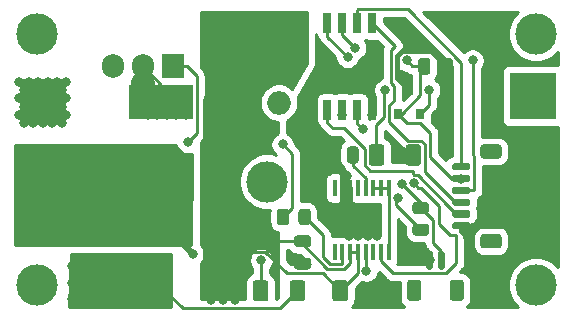
<source format=gbr>
%TF.GenerationSoftware,KiCad,Pcbnew,(5.1.9)-1*%
%TF.CreationDate,2021-04-21T21:59:07+08:00*%
%TF.ProjectId,xhp70-driver,78687037-302d-4647-9269-7665722e6b69,rev?*%
%TF.SameCoordinates,Original*%
%TF.FileFunction,Copper,L1,Top*%
%TF.FilePolarity,Positive*%
%FSLAX46Y46*%
G04 Gerber Fmt 4.6, Leading zero omitted, Abs format (unit mm)*
G04 Created by KiCad (PCBNEW (5.1.9)-1) date 2021-04-21 21:59:07*
%MOMM*%
%LPD*%
G01*
G04 APERTURE LIST*
%TA.AperFunction,SMDPad,CuDef*%
%ADD10R,0.800000X0.900000*%
%TD*%
%TA.AperFunction,ComponentPad*%
%ADD11C,3.500000*%
%TD*%
%TA.AperFunction,ComponentPad*%
%ADD12O,1.905000X2.000000*%
%TD*%
%TA.AperFunction,ComponentPad*%
%ADD13R,1.905000X2.000000*%
%TD*%
%TA.AperFunction,ComponentPad*%
%ADD14O,2.000000X2.000000*%
%TD*%
%TA.AperFunction,ComponentPad*%
%ADD15R,2.000000X2.000000*%
%TD*%
%TA.AperFunction,SMDPad,CuDef*%
%ADD16R,0.650000X1.700000*%
%TD*%
%TA.AperFunction,SMDPad,CuDef*%
%ADD17R,2.940000X2.720000*%
%TD*%
%TA.AperFunction,SMDPad,CuDef*%
%ADD18R,0.350000X1.400000*%
%TD*%
%TA.AperFunction,SMDPad,CuDef*%
%ADD19R,5.400000X2.900000*%
%TD*%
%TA.AperFunction,SMDPad,CuDef*%
%ADD20R,4.000000X4.000000*%
%TD*%
%TA.AperFunction,ViaPad*%
%ADD21C,0.800000*%
%TD*%
%TA.AperFunction,Conductor*%
%ADD22C,0.400000*%
%TD*%
%TA.AperFunction,Conductor*%
%ADD23C,0.250000*%
%TD*%
%TA.AperFunction,Conductor*%
%ADD24C,2.000000*%
%TD*%
%TA.AperFunction,Conductor*%
%ADD25C,3.000000*%
%TD*%
%TA.AperFunction,Conductor*%
%ADD26C,4.000000*%
%TD*%
%TA.AperFunction,Conductor*%
%ADD27C,0.500000*%
%TD*%
%TA.AperFunction,Conductor*%
%ADD28C,0.254000*%
%TD*%
%TA.AperFunction,Conductor*%
%ADD29C,0.100000*%
%TD*%
G04 APERTURE END LIST*
D10*
%TO.P,U3,3*%
%TO.N,GND*%
X146000000Y-58000000D03*
%TO.P,U3,2*%
%TO.N,Batt+*%
X146950000Y-60000000D03*
%TO.P,U3,1*%
%TO.N,+5V*%
X145050000Y-60000000D03*
%TD*%
%TO.P,C8,2*%
%TO.N,GND*%
%TA.AperFunction,SMDPad,CuDef*%
G36*
G01*
X148700000Y-56475000D02*
X148700000Y-55525000D01*
G75*
G02*
X148950000Y-55275000I250000J0D01*
G01*
X149450000Y-55275000D01*
G75*
G02*
X149700000Y-55525000I0J-250000D01*
G01*
X149700000Y-56475000D01*
G75*
G02*
X149450000Y-56725000I-250000J0D01*
G01*
X148950000Y-56725000D01*
G75*
G02*
X148700000Y-56475000I0J250000D01*
G01*
G37*
%TD.AperFunction*%
%TO.P,C8,1*%
%TO.N,+5V*%
%TA.AperFunction,SMDPad,CuDef*%
G36*
G01*
X146800000Y-56475000D02*
X146800000Y-55525000D01*
G75*
G02*
X147050000Y-55275000I250000J0D01*
G01*
X147550000Y-55275000D01*
G75*
G02*
X147800000Y-55525000I0J-250000D01*
G01*
X147800000Y-56475000D01*
G75*
G02*
X147550000Y-56725000I-250000J0D01*
G01*
X147050000Y-56725000D01*
G75*
G02*
X146800000Y-56475000I0J250000D01*
G01*
G37*
%TD.AperFunction*%
%TD*%
D11*
%TO.P,H3,1*%
%TO.N,N/C*%
X156750000Y-74500000D03*
%TD*%
%TO.P,J2,MP*%
%TO.N,N/C*%
%TA.AperFunction,SMDPad,CuDef*%
G36*
G01*
X152299999Y-70200000D02*
X153600001Y-70200000D01*
G75*
G02*
X153850000Y-70449999I0J-249999D01*
G01*
X153850000Y-71150001D01*
G75*
G02*
X153600001Y-71400000I-249999J0D01*
G01*
X152299999Y-71400000D01*
G75*
G02*
X152050000Y-71150001I0J249999D01*
G01*
X152050000Y-70449999D01*
G75*
G02*
X152299999Y-70200000I249999J0D01*
G01*
G37*
%TD.AperFunction*%
%TA.AperFunction,SMDPad,CuDef*%
G36*
G01*
X152299999Y-62600000D02*
X153600001Y-62600000D01*
G75*
G02*
X153850000Y-62849999I0J-249999D01*
G01*
X153850000Y-63550001D01*
G75*
G02*
X153600001Y-63800000I-249999J0D01*
G01*
X152299999Y-63800000D01*
G75*
G02*
X152050000Y-63550001I0J249999D01*
G01*
X152050000Y-62849999D01*
G75*
G02*
X152299999Y-62600000I249999J0D01*
G01*
G37*
%TD.AperFunction*%
%TO.P,J2,6*%
%TO.N,GND*%
%TA.AperFunction,SMDPad,CuDef*%
G36*
G01*
X149800000Y-69200000D02*
X151050000Y-69200000D01*
G75*
G02*
X151200000Y-69350000I0J-150000D01*
G01*
X151200000Y-69650000D01*
G75*
G02*
X151050000Y-69800000I-150000J0D01*
G01*
X149800000Y-69800000D01*
G75*
G02*
X149650000Y-69650000I0J150000D01*
G01*
X149650000Y-69350000D01*
G75*
G02*
X149800000Y-69200000I150000J0D01*
G01*
G37*
%TD.AperFunction*%
%TO.P,J2,5*%
%TO.N,Net-(J2-Pad5)*%
%TA.AperFunction,SMDPad,CuDef*%
G36*
G01*
X149800000Y-68200000D02*
X151050000Y-68200000D01*
G75*
G02*
X151200000Y-68350000I0J-150000D01*
G01*
X151200000Y-68650000D01*
G75*
G02*
X151050000Y-68800000I-150000J0D01*
G01*
X149800000Y-68800000D01*
G75*
G02*
X149650000Y-68650000I0J150000D01*
G01*
X149650000Y-68350000D01*
G75*
G02*
X149800000Y-68200000I150000J0D01*
G01*
G37*
%TD.AperFunction*%
%TO.P,J2,4*%
%TO.N,EC_Int*%
%TA.AperFunction,SMDPad,CuDef*%
G36*
G01*
X149800000Y-67200000D02*
X151050000Y-67200000D01*
G75*
G02*
X151200000Y-67350000I0J-150000D01*
G01*
X151200000Y-67650000D01*
G75*
G02*
X151050000Y-67800000I-150000J0D01*
G01*
X149800000Y-67800000D01*
G75*
G02*
X149650000Y-67650000I0J150000D01*
G01*
X149650000Y-67350000D01*
G75*
G02*
X149800000Y-67200000I150000J0D01*
G01*
G37*
%TD.AperFunction*%
%TO.P,J2,3*%
%TO.N,EC_B*%
%TA.AperFunction,SMDPad,CuDef*%
G36*
G01*
X149800000Y-66200000D02*
X151050000Y-66200000D01*
G75*
G02*
X151200000Y-66350000I0J-150000D01*
G01*
X151200000Y-66650000D01*
G75*
G02*
X151050000Y-66800000I-150000J0D01*
G01*
X149800000Y-66800000D01*
G75*
G02*
X149650000Y-66650000I0J150000D01*
G01*
X149650000Y-66350000D01*
G75*
G02*
X149800000Y-66200000I150000J0D01*
G01*
G37*
%TD.AperFunction*%
%TO.P,J2,2*%
%TO.N,+5V*%
%TA.AperFunction,SMDPad,CuDef*%
G36*
G01*
X149800000Y-65200000D02*
X151050000Y-65200000D01*
G75*
G02*
X151200000Y-65350000I0J-150000D01*
G01*
X151200000Y-65650000D01*
G75*
G02*
X151050000Y-65800000I-150000J0D01*
G01*
X149800000Y-65800000D01*
G75*
G02*
X149650000Y-65650000I0J150000D01*
G01*
X149650000Y-65350000D01*
G75*
G02*
X149800000Y-65200000I150000J0D01*
G01*
G37*
%TD.AperFunction*%
%TO.P,J2,1*%
%TO.N,EC_A*%
%TA.AperFunction,SMDPad,CuDef*%
G36*
G01*
X149800000Y-64200000D02*
X151050000Y-64200000D01*
G75*
G02*
X151200000Y-64350000I0J-150000D01*
G01*
X151200000Y-64650000D01*
G75*
G02*
X151050000Y-64800000I-150000J0D01*
G01*
X149800000Y-64800000D01*
G75*
G02*
X149650000Y-64650000I0J150000D01*
G01*
X149650000Y-64350000D01*
G75*
G02*
X149800000Y-64200000I150000J0D01*
G01*
G37*
%TD.AperFunction*%
%TD*%
D12*
%TO.P,Q1,3*%
%TO.N,GND*%
X120920000Y-56000000D03*
%TO.P,Q1,2*%
%TO.N,Net-(D1-Pad2)*%
X123460000Y-56000000D03*
D13*
%TO.P,Q1,1*%
%TO.N,Net-(Q1-Pad1)*%
X126000000Y-56000000D03*
%TD*%
D14*
%TO.P,D1,2*%
%TO.N,Net-(D1-Pad2)*%
X135000000Y-59080000D03*
D15*
%TO.P,D1,1*%
%TO.N,Batt+*%
X135000000Y-54000000D03*
%TD*%
D16*
%TO.P,U2,8*%
%TO.N,+5V*%
X139095000Y-52350000D03*
%TO.P,U2,7*%
%TO.N,EC_B*%
X140365000Y-52350000D03*
%TO.P,U2,6*%
%TO.N,EC_A*%
X141635000Y-52350000D03*
%TO.P,U2,5*%
%TO.N,EC_Int*%
X142905000Y-52350000D03*
%TO.P,U2,4*%
%TO.N,GND*%
X142905000Y-59650000D03*
%TO.P,U2,3*%
%TO.N,PWM*%
X141635000Y-59650000D03*
%TO.P,U2,2*%
%TO.N,NTC*%
X140365000Y-59650000D03*
%TO.P,U2,1*%
%TO.N,Net-(J2-Pad5)*%
X139095000Y-59650000D03*
%TD*%
D17*
%TO.P,U1,17*%
%TO.N,GND*%
X142000000Y-69000000D03*
D18*
%TO.P,U1,8*%
%TO.N,Net-(U1-Pad8)*%
X139725000Y-66300000D03*
%TO.P,U1,9*%
%TO.N,Net-(U1-Pad9)*%
X139725000Y-71700000D03*
%TO.P,U1,7*%
%TO.N,GND*%
X140375000Y-66300000D03*
%TO.P,U1,10*%
%TO.N,Net-(R3-Pad2)*%
X140375000Y-71700000D03*
%TO.P,U1,6*%
%TO.N,GND*%
X141025000Y-66300000D03*
%TO.P,U1,11*%
%TO.N,Batt+*%
X141025000Y-71700000D03*
%TO.P,U1,5*%
%TO.N,Net-(U1-Pad5)*%
X141675000Y-66300000D03*
%TO.P,U1,12*%
%TO.N,Batt+*%
X141675000Y-71700000D03*
%TO.P,U1,4*%
%TO.N,Net-(C6-Pad1)*%
X142325000Y-66300000D03*
%TO.P,U1,13*%
%TO.N,Net-(C3-Pad2)*%
X142325000Y-71700000D03*
%TO.P,U1,3*%
%TO.N,Net-(U1-Pad1)*%
X142975000Y-66300000D03*
%TO.P,U1,14*%
%TO.N,Net-(U1-Pad14)*%
X142975000Y-71700000D03*
%TO.P,U1,2*%
%TO.N,Net-(U1-Pad1)*%
X143625000Y-66300000D03*
%TO.P,U1,15*%
%TO.N,PWM*%
X143625000Y-71700000D03*
%TO.P,U1,1*%
%TO.N,Net-(U1-Pad1)*%
X144275000Y-66300000D03*
%TO.P,U1,16*%
X144275000Y-71700000D03*
%TD*%
%TO.P,R5,MP*%
%TO.N,N/C*%
%TA.AperFunction,SMDPad,CuDef*%
G36*
G01*
X147050000Y-74299999D02*
X147050000Y-75600001D01*
G75*
G02*
X146800001Y-75850000I-249999J0D01*
G01*
X146099999Y-75850000D01*
G75*
G02*
X145850000Y-75600001I0J249999D01*
G01*
X145850000Y-74299999D01*
G75*
G02*
X146099999Y-74050000I249999J0D01*
G01*
X146800001Y-74050000D01*
G75*
G02*
X147050000Y-74299999I0J-249999D01*
G01*
G37*
%TD.AperFunction*%
%TA.AperFunction,SMDPad,CuDef*%
G36*
G01*
X150650000Y-74299999D02*
X150650000Y-75600001D01*
G75*
G02*
X150400001Y-75850000I-249999J0D01*
G01*
X149699999Y-75850000D01*
G75*
G02*
X149450000Y-75600001I0J249999D01*
G01*
X149450000Y-74299999D01*
G75*
G02*
X149699999Y-74050000I249999J0D01*
G01*
X150400001Y-74050000D01*
G75*
G02*
X150650000Y-74299999I0J-249999D01*
G01*
G37*
%TD.AperFunction*%
%TO.P,R5,2*%
%TO.N,GND*%
%TA.AperFunction,SMDPad,CuDef*%
G36*
G01*
X148050000Y-71800000D02*
X148050000Y-73050000D01*
G75*
G02*
X147900000Y-73200000I-150000J0D01*
G01*
X147600000Y-73200000D01*
G75*
G02*
X147450000Y-73050000I0J150000D01*
G01*
X147450000Y-71800000D01*
G75*
G02*
X147600000Y-71650000I150000J0D01*
G01*
X147900000Y-71650000D01*
G75*
G02*
X148050000Y-71800000I0J-150000D01*
G01*
G37*
%TD.AperFunction*%
%TO.P,R5,1*%
%TO.N,NTC*%
%TA.AperFunction,SMDPad,CuDef*%
G36*
G01*
X149050000Y-71800000D02*
X149050000Y-73050000D01*
G75*
G02*
X148900000Y-73200000I-150000J0D01*
G01*
X148600000Y-73200000D01*
G75*
G02*
X148450000Y-73050000I0J150000D01*
G01*
X148450000Y-71800000D01*
G75*
G02*
X148600000Y-71650000I150000J0D01*
G01*
X148900000Y-71650000D01*
G75*
G02*
X149050000Y-71800000I0J-150000D01*
G01*
G37*
%TD.AperFunction*%
%TD*%
%TO.P,R4,2*%
%TO.N,NTC*%
%TA.AperFunction,SMDPad,CuDef*%
G36*
G01*
X147450002Y-68512500D02*
X146549998Y-68512500D01*
G75*
G02*
X146300000Y-68262502I0J249998D01*
G01*
X146300000Y-67737498D01*
G75*
G02*
X146549998Y-67487500I249998J0D01*
G01*
X147450002Y-67487500D01*
G75*
G02*
X147700000Y-67737498I0J-249998D01*
G01*
X147700000Y-68262502D01*
G75*
G02*
X147450002Y-68512500I-249998J0D01*
G01*
G37*
%TD.AperFunction*%
%TO.P,R4,1*%
%TO.N,+5V*%
%TA.AperFunction,SMDPad,CuDef*%
G36*
G01*
X147450002Y-70337500D02*
X146549998Y-70337500D01*
G75*
G02*
X146300000Y-70087502I0J249998D01*
G01*
X146300000Y-69562498D01*
G75*
G02*
X146549998Y-69312500I249998J0D01*
G01*
X147450002Y-69312500D01*
G75*
G02*
X147700000Y-69562498I0J-249998D01*
G01*
X147700000Y-70087502D01*
G75*
G02*
X147450002Y-70337500I-249998J0D01*
G01*
G37*
%TD.AperFunction*%
%TD*%
%TO.P,R3,2*%
%TO.N,Net-(R3-Pad2)*%
%TA.AperFunction,SMDPad,CuDef*%
G36*
G01*
X136650000Y-69200002D02*
X136650000Y-68299998D01*
G75*
G02*
X136899998Y-68050000I249998J0D01*
G01*
X137425002Y-68050000D01*
G75*
G02*
X137675000Y-68299998I0J-249998D01*
G01*
X137675000Y-69200002D01*
G75*
G02*
X137425002Y-69450000I-249998J0D01*
G01*
X136899998Y-69450000D01*
G75*
G02*
X136650000Y-69200002I0J249998D01*
G01*
G37*
%TD.AperFunction*%
%TO.P,R3,1*%
%TO.N,Net-(Q1-Pad1)*%
%TA.AperFunction,SMDPad,CuDef*%
G36*
G01*
X134825000Y-69200002D02*
X134825000Y-68299998D01*
G75*
G02*
X135074998Y-68050000I249998J0D01*
G01*
X135600002Y-68050000D01*
G75*
G02*
X135850000Y-68299998I0J-249998D01*
G01*
X135850000Y-69200002D01*
G75*
G02*
X135600002Y-69450000I-249998J0D01*
G01*
X135074998Y-69450000D01*
G75*
G02*
X134825000Y-69200002I0J249998D01*
G01*
G37*
%TD.AperFunction*%
%TD*%
%TO.P,R1,2*%
%TO.N,Net-(C3-Pad2)*%
%TA.AperFunction,SMDPad,CuDef*%
G36*
G01*
X124650000Y-72574999D02*
X124650000Y-75425001D01*
G75*
G02*
X124400001Y-75675000I-249999J0D01*
G01*
X123674999Y-75675000D01*
G75*
G02*
X123425000Y-75425001I0J249999D01*
G01*
X123425000Y-72574999D01*
G75*
G02*
X123674999Y-72325000I249999J0D01*
G01*
X124400001Y-72325000D01*
G75*
G02*
X124650000Y-72574999I0J-249999D01*
G01*
G37*
%TD.AperFunction*%
%TO.P,R1,1*%
%TO.N,Batt+*%
%TA.AperFunction,SMDPad,CuDef*%
G36*
G01*
X130575000Y-72574999D02*
X130575000Y-75425001D01*
G75*
G02*
X130325001Y-75675000I-249999J0D01*
G01*
X129599999Y-75675000D01*
G75*
G02*
X129350000Y-75425001I0J249999D01*
G01*
X129350000Y-72574999D01*
G75*
G02*
X129599999Y-72325000I249999J0D01*
G01*
X130325001Y-72325000D01*
G75*
G02*
X130575000Y-72574999I0J-249999D01*
G01*
G37*
%TD.AperFunction*%
%TD*%
D19*
%TO.P,L1,2*%
%TO.N,Net-(D1-Pad2)*%
X125000000Y-59050000D03*
%TO.P,L1,1*%
%TO.N,Net-(C3-Pad1)*%
X125000000Y-68950000D03*
%TD*%
D20*
%TO.P,J1,2*%
%TO.N,GND*%
X156500000Y-65000000D03*
%TO.P,J1,1*%
%TO.N,Batt+*%
X156500000Y-58500000D03*
%TD*%
%TO.P,D2,2*%
%TO.N,Net-(C3-Pad2)*%
X115000000Y-59000000D03*
%TO.P,D2,1*%
%TO.N,Net-(C3-Pad1)*%
X115000000Y-65500000D03*
%TD*%
%TO.P,C6,2*%
%TO.N,GND*%
%TA.AperFunction,SMDPad,CuDef*%
G36*
G01*
X139850000Y-63025000D02*
X139850000Y-63975000D01*
G75*
G02*
X139600000Y-64225000I-250000J0D01*
G01*
X139100000Y-64225000D01*
G75*
G02*
X138850000Y-63975000I0J250000D01*
G01*
X138850000Y-63025000D01*
G75*
G02*
X139100000Y-62775000I250000J0D01*
G01*
X139600000Y-62775000D01*
G75*
G02*
X139850000Y-63025000I0J-250000D01*
G01*
G37*
%TD.AperFunction*%
%TO.P,C6,1*%
%TO.N,Net-(C6-Pad1)*%
%TA.AperFunction,SMDPad,CuDef*%
G36*
G01*
X141750000Y-63025000D02*
X141750000Y-63975000D01*
G75*
G02*
X141500000Y-64225000I-250000J0D01*
G01*
X141000000Y-64225000D01*
G75*
G02*
X140750000Y-63975000I0J250000D01*
G01*
X140750000Y-63025000D01*
G75*
G02*
X141000000Y-62775000I250000J0D01*
G01*
X141500000Y-62775000D01*
G75*
G02*
X141750000Y-63025000I0J-250000D01*
G01*
G37*
%TD.AperFunction*%
%TD*%
%TO.P,C5,2*%
%TO.N,GND*%
%TA.AperFunction,SMDPad,CuDef*%
G36*
G01*
X136525000Y-72200000D02*
X137475000Y-72200000D01*
G75*
G02*
X137725000Y-72450000I0J-250000D01*
G01*
X137725000Y-72950000D01*
G75*
G02*
X137475000Y-73200000I-250000J0D01*
G01*
X136525000Y-73200000D01*
G75*
G02*
X136275000Y-72950000I0J250000D01*
G01*
X136275000Y-72450000D01*
G75*
G02*
X136525000Y-72200000I250000J0D01*
G01*
G37*
%TD.AperFunction*%
%TO.P,C5,1*%
%TO.N,Batt+*%
%TA.AperFunction,SMDPad,CuDef*%
G36*
G01*
X136525000Y-70300000D02*
X137475000Y-70300000D01*
G75*
G02*
X137725000Y-70550000I0J-250000D01*
G01*
X137725000Y-71050000D01*
G75*
G02*
X137475000Y-71300000I-250000J0D01*
G01*
X136525000Y-71300000D01*
G75*
G02*
X136275000Y-71050000I0J250000D01*
G01*
X136275000Y-70550000D01*
G75*
G02*
X136525000Y-70300000I250000J0D01*
G01*
G37*
%TD.AperFunction*%
%TD*%
%TO.P,C4,2*%
%TO.N,GND*%
%TA.AperFunction,SMDPad,CuDef*%
G36*
G01*
X145712500Y-64150003D02*
X145712500Y-62849997D01*
G75*
G02*
X145962497Y-62600000I249997J0D01*
G01*
X146787503Y-62600000D01*
G75*
G02*
X147037500Y-62849997I0J-249997D01*
G01*
X147037500Y-64150003D01*
G75*
G02*
X146787503Y-64400000I-249997J0D01*
G01*
X145962497Y-64400000D01*
G75*
G02*
X145712500Y-64150003I0J249997D01*
G01*
G37*
%TD.AperFunction*%
%TO.P,C4,1*%
%TO.N,Batt+*%
%TA.AperFunction,SMDPad,CuDef*%
G36*
G01*
X142587500Y-64150003D02*
X142587500Y-62849997D01*
G75*
G02*
X142837497Y-62600000I249997J0D01*
G01*
X143662503Y-62600000D01*
G75*
G02*
X143912500Y-62849997I0J-249997D01*
G01*
X143912500Y-64150003D01*
G75*
G02*
X143662503Y-64400000I-249997J0D01*
G01*
X142837497Y-64400000D01*
G75*
G02*
X142587500Y-64150003I0J249997D01*
G01*
G37*
%TD.AperFunction*%
%TD*%
%TO.P,C3,2*%
%TO.N,Net-(C3-Pad2)*%
%TA.AperFunction,SMDPad,CuDef*%
G36*
G01*
X135900000Y-75650003D02*
X135900000Y-74349997D01*
G75*
G02*
X136149997Y-74100000I249997J0D01*
G01*
X136975003Y-74100000D01*
G75*
G02*
X137225000Y-74349997I0J-249997D01*
G01*
X137225000Y-75650003D01*
G75*
G02*
X136975003Y-75900000I-249997J0D01*
G01*
X136149997Y-75900000D01*
G75*
G02*
X135900000Y-75650003I0J249997D01*
G01*
G37*
%TD.AperFunction*%
%TO.P,C3,1*%
%TO.N,Net-(C3-Pad1)*%
%TA.AperFunction,SMDPad,CuDef*%
G36*
G01*
X132775000Y-75650003D02*
X132775000Y-74349997D01*
G75*
G02*
X133024997Y-74100000I249997J0D01*
G01*
X133850003Y-74100000D01*
G75*
G02*
X134100000Y-74349997I0J-249997D01*
G01*
X134100000Y-75650003D01*
G75*
G02*
X133850003Y-75900000I-249997J0D01*
G01*
X133024997Y-75900000D01*
G75*
G02*
X132775000Y-75650003I0J249997D01*
G01*
G37*
%TD.AperFunction*%
%TD*%
%TO.P,C2,2*%
%TO.N,GND*%
%TA.AperFunction,SMDPad,CuDef*%
G36*
G01*
X142650000Y-75650003D02*
X142650000Y-74349997D01*
G75*
G02*
X142899997Y-74100000I249997J0D01*
G01*
X143725003Y-74100000D01*
G75*
G02*
X143975000Y-74349997I0J-249997D01*
G01*
X143975000Y-75650003D01*
G75*
G02*
X143725003Y-75900000I-249997J0D01*
G01*
X142899997Y-75900000D01*
G75*
G02*
X142650000Y-75650003I0J249997D01*
G01*
G37*
%TD.AperFunction*%
%TO.P,C2,1*%
%TO.N,Batt+*%
%TA.AperFunction,SMDPad,CuDef*%
G36*
G01*
X139525000Y-75650003D02*
X139525000Y-74349997D01*
G75*
G02*
X139774997Y-74100000I249997J0D01*
G01*
X140600003Y-74100000D01*
G75*
G02*
X140850000Y-74349997I0J-249997D01*
G01*
X140850000Y-75650003D01*
G75*
G02*
X140600003Y-75900000I-249997J0D01*
G01*
X139774997Y-75900000D01*
G75*
G02*
X139525000Y-75650003I0J249997D01*
G01*
G37*
%TD.AperFunction*%
%TD*%
D11*
%TO.P,H1,1*%
%TO.N,N/C*%
X114500000Y-53250000D03*
%TD*%
%TO.P,H5,1*%
%TO.N,N/C*%
X134000000Y-65750000D03*
%TD*%
%TO.P,H4,1*%
%TO.N,N/C*%
X156750000Y-53250000D03*
%TD*%
%TO.P,H2,1*%
%TO.N,N/C*%
X114500000Y-74500000D03*
%TD*%
D21*
%TO.N,GND*%
X137000000Y-72700000D03*
X158000000Y-63500000D03*
X157000000Y-63500000D03*
X156000000Y-63500000D03*
X155000000Y-63500000D03*
X155000000Y-64500000D03*
X156000000Y-64500000D03*
X157000000Y-64500000D03*
X158000000Y-64500000D03*
X156000000Y-66500000D03*
X157000000Y-66500000D03*
X158000000Y-66500000D03*
X155000000Y-66500000D03*
X155000000Y-65500000D03*
X156000000Y-65500000D03*
X158000000Y-65500000D03*
X157000000Y-65500000D03*
X147750000Y-72425000D03*
X140900000Y-68000000D03*
X141700000Y-68000000D03*
X142500000Y-68000000D03*
X143300000Y-68000000D03*
X140900000Y-68800000D03*
X141700000Y-68800000D03*
X142500000Y-68800000D03*
X143300000Y-68800000D03*
X143300000Y-69600000D03*
X142500000Y-69600000D03*
X141700000Y-69600000D03*
X140900000Y-69600000D03*
X140900000Y-70400000D03*
X141700000Y-70400000D03*
X142500000Y-70400000D03*
X143300000Y-70400000D03*
X139350000Y-63500000D03*
X142838803Y-60100000D03*
X146375000Y-63500000D03*
X151000000Y-70500000D03*
X143312500Y-75000000D03*
X148650000Y-60600000D03*
%TO.N,Net-(C3-Pad2)*%
X122700000Y-72200000D03*
X123500000Y-72200000D03*
X124300000Y-72200000D03*
X125100000Y-72200000D03*
X124700000Y-72900000D03*
X123900000Y-72900000D03*
X123100000Y-72900000D03*
X125100000Y-73600000D03*
X122700000Y-73600000D03*
X124300000Y-73600000D03*
X123500000Y-73600000D03*
X123900000Y-74300000D03*
X123100000Y-74300000D03*
X124700000Y-74300000D03*
X125100000Y-75000000D03*
X123900000Y-75700000D03*
X123100000Y-75700000D03*
X124700000Y-75700000D03*
X123500000Y-75000000D03*
X124300000Y-75000000D03*
X122700000Y-75000000D03*
X113000000Y-57300000D03*
X142400000Y-73300000D03*
X136562500Y-75000000D03*
X136562500Y-75000000D03*
X113800000Y-57300000D03*
X114600000Y-57300000D03*
X115400000Y-57300000D03*
X116200000Y-57300000D03*
X116600000Y-58000000D03*
X115000000Y-58000000D03*
X114200000Y-58000000D03*
X115800000Y-58000000D03*
X113400000Y-58000000D03*
X117000000Y-57300000D03*
X116200000Y-58700000D03*
X116600000Y-59400000D03*
X114200000Y-59400000D03*
X114600000Y-58700000D03*
X115000000Y-59400000D03*
X113400000Y-59400000D03*
X115800000Y-59400000D03*
X117000000Y-58700000D03*
X113800000Y-58700000D03*
X115400000Y-58700000D03*
X113000000Y-58700000D03*
X115800000Y-60800000D03*
X113000000Y-60100000D03*
X115400000Y-60100000D03*
X114200000Y-60800000D03*
X116600000Y-60800000D03*
X115000000Y-60800000D03*
X113800000Y-60100000D03*
X117000000Y-60100000D03*
X116200000Y-60100000D03*
X114600000Y-60100000D03*
X113400000Y-60800000D03*
X122300000Y-75700000D03*
X120700000Y-74300000D03*
X121900000Y-72200000D03*
X121900000Y-73600000D03*
X122300000Y-74300000D03*
X120700000Y-75700000D03*
X121500000Y-75700000D03*
X121100000Y-73600000D03*
X120700000Y-72900000D03*
X121100000Y-75000000D03*
X121900000Y-75000000D03*
X121500000Y-74300000D03*
X122300000Y-72900000D03*
X121500000Y-72900000D03*
X121100000Y-72200000D03*
X119900000Y-72900000D03*
X119100000Y-72900000D03*
X118700000Y-72200000D03*
X119900000Y-75700000D03*
X119500000Y-72200000D03*
X118300000Y-75700000D03*
X119100000Y-75700000D03*
X118700000Y-73600000D03*
X118300000Y-72900000D03*
X118700000Y-75000000D03*
X119500000Y-75000000D03*
X119100000Y-74300000D03*
X119500000Y-73600000D03*
X119900000Y-74300000D03*
X118300000Y-74300000D03*
X120300000Y-72200000D03*
X120300000Y-75000000D03*
X120300000Y-73600000D03*
X117500000Y-75700000D03*
X117500000Y-72900000D03*
X117900000Y-72200000D03*
X117900000Y-75000000D03*
X117900000Y-73600000D03*
X117500000Y-74300000D03*
%TO.N,Net-(D1-Pad2)*%
X122700000Y-58000000D03*
X123100000Y-58700000D03*
X123500000Y-58000000D03*
X124700000Y-58700000D03*
X124300000Y-59400000D03*
X123900000Y-58700000D03*
X123500000Y-59400000D03*
X123900000Y-60100000D03*
X124700000Y-60100000D03*
X124300000Y-58000000D03*
X125100000Y-59400000D03*
X125500000Y-60100000D03*
X125100000Y-58000000D03*
X125500000Y-58700000D03*
X125900000Y-59400000D03*
X126300000Y-60100000D03*
X125900000Y-58000000D03*
X126700000Y-59400000D03*
X127100000Y-60100000D03*
X126300000Y-58700000D03*
X126700000Y-58000000D03*
X127100000Y-58700000D03*
%TO.N,Net-(Q1-Pad1)*%
X127300000Y-62400000D03*
X135300000Y-62600000D03*
%TO.N,Batt+*%
X158000000Y-59000000D03*
X158000000Y-60000000D03*
X157000000Y-60000000D03*
X157000000Y-59000000D03*
X156000000Y-59000000D03*
X156000000Y-60000000D03*
X155000000Y-60000000D03*
X155000000Y-59000000D03*
X155000000Y-58000000D03*
X156000000Y-58000000D03*
X157000000Y-58000000D03*
X158000000Y-58000000D03*
X158000000Y-57000000D03*
X157000000Y-57000000D03*
X156000000Y-57000000D03*
X155000000Y-57000000D03*
X129250000Y-72750000D03*
X130250000Y-72750000D03*
X131250000Y-72750000D03*
X130750000Y-73500000D03*
X129750000Y-73500000D03*
X128750000Y-73500000D03*
X131250000Y-74250000D03*
X129250000Y-74250000D03*
X130250000Y-74250000D03*
X129250000Y-75750000D03*
X130250000Y-75750000D03*
X131250000Y-75750000D03*
X130750000Y-75000000D03*
X128750000Y-75000000D03*
X129750000Y-75000000D03*
X144000000Y-58000000D03*
X140193750Y-74993750D03*
X147700000Y-58000000D03*
%TO.N,PWM*%
X142100000Y-61300000D03*
X146387347Y-65912653D03*
%TO.N,Net-(C3-Pad1)*%
X133500000Y-72400000D03*
X127700000Y-71900000D03*
%TO.N,+5V*%
X145800000Y-55500000D03*
X140800000Y-55200000D03*
X145068094Y-67100001D03*
X150425000Y-65500000D03*
%TO.N,NTC*%
X145388060Y-65950451D03*
X140365000Y-60100000D03*
%TO.N,EC_B*%
X141440186Y-54431777D03*
X151400000Y-55500000D03*
%TD*%
D22*
%TO.N,GND*%
X141025000Y-68025000D02*
X141150000Y-68150000D01*
X141025000Y-66300000D02*
X141025000Y-68025000D01*
X140375000Y-67375000D02*
X142000000Y-69000000D01*
X140375000Y-66300000D02*
X140375000Y-67375000D01*
X140375000Y-64525000D02*
X139350000Y-63500000D01*
X140375000Y-66300000D02*
X140375000Y-64525000D01*
X141150000Y-68150000D02*
X142000000Y-69000000D01*
X150425000Y-69925000D02*
X151000000Y-70500000D01*
X150425000Y-69500000D02*
X150425000Y-69925000D01*
X149200000Y-60050000D02*
X148650000Y-60600000D01*
X149200000Y-56000000D02*
X149200000Y-60050000D01*
X145415999Y-54699999D02*
X147899999Y-54699999D01*
X144999999Y-55115999D02*
X145415999Y-54699999D01*
X144999999Y-56999999D02*
X144999999Y-55115999D01*
X146000000Y-58000000D02*
X144999999Y-56999999D01*
X147899999Y-54699999D02*
X149200000Y-56000000D01*
%TO.N,+5V*%
X145050000Y-60099999D02*
X145050001Y-60100000D01*
X145050000Y-60000000D02*
X145050000Y-60099999D01*
D23*
%TO.N,Net-(C3-Pad2)*%
X142325000Y-73225000D02*
X142400000Y-73300000D01*
X142325000Y-71700000D02*
X142325000Y-73225000D01*
X135087499Y-76475001D02*
X136562500Y-75000000D01*
X126875001Y-76475001D02*
X135087499Y-76475001D01*
X124700000Y-74300000D02*
X126875001Y-76475001D01*
D24*
%TO.N,Net-(D1-Pad2)*%
X124389999Y-59050000D02*
X123700000Y-58360001D01*
X123450000Y-58360001D02*
X123450000Y-57371216D01*
X125312502Y-59050000D02*
X124350000Y-59050000D01*
D23*
X125000000Y-57540000D02*
X123460000Y-56000000D01*
X125000000Y-59050000D02*
X125000000Y-57540000D01*
%TO.N,Net-(Q1-Pad1)*%
X128025001Y-61674999D02*
X127300000Y-62400000D01*
X128025001Y-56822501D02*
X128025001Y-61674999D01*
X127202500Y-56000000D02*
X128025001Y-56822501D01*
X126000000Y-56000000D02*
X127202500Y-56000000D01*
X136075001Y-68012499D02*
X135337500Y-68750000D01*
X136075001Y-63375001D02*
X136075001Y-68012499D01*
X135300000Y-62600000D02*
X136075001Y-63375001D01*
%TO.N,Net-(R3-Pad2)*%
X137162500Y-68750000D02*
X138700000Y-70287500D01*
X140375000Y-72650000D02*
X140375000Y-71700000D01*
X139289999Y-72725001D02*
X140299999Y-72725001D01*
X140299999Y-72725001D02*
X140375000Y-72650000D01*
X138700000Y-72135002D02*
X139289999Y-72725001D01*
X138700000Y-70287500D02*
X138700000Y-72135002D01*
D25*
%TO.N,Batt+*%
X129962500Y-59037500D02*
X129962500Y-73787500D01*
X135000000Y-54000000D02*
X129962500Y-59037500D01*
X129962500Y-73787500D02*
X129962500Y-74000000D01*
D23*
X137000000Y-71071412D02*
X137000000Y-70800000D01*
X139103598Y-73175010D02*
X137000000Y-71071412D01*
X140499989Y-73175011D02*
X139103598Y-73175010D01*
X141025000Y-72650000D02*
X140499989Y-73175011D01*
X141025000Y-71700000D02*
X141025000Y-72650000D01*
X133200000Y-70800000D02*
X131250000Y-72750000D01*
X137000000Y-70800000D02*
X133200000Y-70800000D01*
X130250000Y-75500000D02*
X130750000Y-75000000D01*
X130250000Y-75750000D02*
X130250000Y-75500000D01*
X129250000Y-75500000D02*
X128750000Y-75000000D01*
X129250000Y-75750000D02*
X129250000Y-75500000D01*
X131250000Y-75500000D02*
X130750000Y-75000000D01*
X131250000Y-75750000D02*
X131250000Y-75500000D01*
X141025000Y-71700000D02*
X141675000Y-71700000D01*
X141675000Y-73512500D02*
X141675000Y-71700000D01*
X140187500Y-75000000D02*
X140193750Y-74993750D01*
X132325001Y-71674999D02*
X131250000Y-72750000D01*
X133848001Y-71674999D02*
X132325001Y-71674999D01*
X135698012Y-73525010D02*
X133848001Y-71674999D01*
X138712510Y-73525010D02*
X135698012Y-73525010D01*
X140187500Y-75000000D02*
X138712510Y-73525010D01*
X140193750Y-74993750D02*
X141675000Y-73512500D01*
X147700000Y-59250000D02*
X147700000Y-58000000D01*
X146950000Y-60000000D02*
X147700000Y-59250000D01*
X143874989Y-58125011D02*
X144000000Y-58000000D01*
X143874989Y-60325011D02*
X143874989Y-58125011D01*
X143250000Y-60950000D02*
X143874989Y-60325011D01*
X143250000Y-63500000D02*
X143250000Y-60950000D01*
%TO.N,Net-(J2-Pad5)*%
X142699299Y-64824989D02*
X146324989Y-64824989D01*
X150000000Y-68500000D02*
X150675000Y-68500000D01*
X142262490Y-62974300D02*
X142262490Y-64388180D01*
X140483190Y-61195000D02*
X142262490Y-62974300D01*
X139540000Y-61195000D02*
X140483190Y-61195000D01*
X142262490Y-64388180D02*
X142699299Y-64824989D01*
X139095000Y-60750000D02*
X139540000Y-61195000D01*
X139095000Y-59650000D02*
X139095000Y-60750000D01*
X149978232Y-68500000D02*
X150425000Y-68500000D01*
X149324990Y-67846758D02*
X149978232Y-68500000D01*
X146735348Y-65187652D02*
X149324990Y-67777294D01*
X146437652Y-65187652D02*
X146735348Y-65187652D01*
X149324990Y-67777294D02*
X149324990Y-67846758D01*
X146324989Y-65074989D02*
X146437652Y-65187652D01*
X146324989Y-64824989D02*
X146324989Y-65074989D01*
%TO.N,PWM*%
X141635000Y-60835000D02*
X142100000Y-61300000D01*
X141635000Y-59650000D02*
X141635000Y-60835000D01*
X146787346Y-66312652D02*
X147012652Y-66312652D01*
X146387347Y-65912653D02*
X146787346Y-66312652D01*
X148515297Y-67815297D02*
X148515297Y-69309317D01*
X148515297Y-69309317D02*
X149505980Y-70300000D01*
X147012652Y-66312652D02*
X148515297Y-67815297D01*
X149505980Y-70300000D02*
X150000000Y-70300000D01*
X143625000Y-72510002D02*
X143625000Y-71700000D01*
X144640008Y-73525010D02*
X143625000Y-72510002D01*
X149096758Y-73525010D02*
X144640008Y-73525010D01*
X150000000Y-72621768D02*
X149096758Y-73525010D01*
X150000000Y-70300000D02*
X150000000Y-72621768D01*
D26*
%TO.N,Net-(C3-Pad1)*%
X118450000Y-68950000D02*
X115000000Y-65500000D01*
X125000000Y-68950000D02*
X118450000Y-68950000D01*
D23*
X133437500Y-72462500D02*
X133500000Y-72400000D01*
X133437500Y-75000000D02*
X133437500Y-72462500D01*
X125000000Y-69200000D02*
X125000000Y-68950000D01*
D27*
X127700000Y-71900000D02*
X125000000Y-69200000D01*
D23*
%TO.N,Net-(C6-Pad1)*%
X141250000Y-64414998D02*
X142325000Y-65489998D01*
X142325000Y-65489998D02*
X142325000Y-66300000D01*
X141250000Y-63500000D02*
X141250000Y-64414998D01*
%TO.N,+5V*%
X150675000Y-65500000D02*
X149900000Y-65500000D01*
X146000000Y-55700000D02*
X145800000Y-55500000D01*
X139095000Y-53495000D02*
X139095000Y-52350000D01*
X140800000Y-55200000D02*
X139095000Y-53495000D01*
X146300000Y-56000000D02*
X145800000Y-55500000D01*
X147300000Y-56000000D02*
X146300000Y-56000000D01*
X147000000Y-69825000D02*
X144900000Y-67725000D01*
X144900000Y-67268095D02*
X145068094Y-67100001D01*
X144900000Y-67725000D02*
X144900000Y-67268095D01*
X149650000Y-65500000D02*
X147812520Y-63662520D01*
X150425000Y-65500000D02*
X149650000Y-65500000D01*
X146926409Y-60775001D02*
X145875001Y-60775001D01*
X147812520Y-61661112D02*
X146926409Y-60775001D01*
X147812520Y-63662520D02*
X147812520Y-61661112D01*
X145875001Y-60775001D02*
X145100000Y-60000000D01*
X146974999Y-58460003D02*
X146974999Y-56425001D01*
X145435002Y-60000000D02*
X146974999Y-58460003D01*
X145050000Y-60000000D02*
X145435002Y-60000000D01*
X146974999Y-56425001D02*
X147300000Y-56100000D01*
%TO.N,NTC*%
X147000000Y-68000000D02*
X147000000Y-67564998D01*
X148750000Y-71650000D02*
X148750000Y-72425000D01*
X148025010Y-70925010D02*
X148750000Y-71650000D01*
X148025010Y-69025010D02*
X148025010Y-70925010D01*
X147000000Y-68000000D02*
X148025010Y-69025010D01*
X147000000Y-67562391D02*
X145388060Y-65950451D01*
X147000000Y-68000000D02*
X147000000Y-67562391D01*
%TO.N,Net-(U1-Pad1)*%
X144275000Y-66300000D02*
X143625000Y-66300000D01*
X144275000Y-66300000D02*
X144275000Y-71700000D01*
X142975000Y-66300000D02*
X143625000Y-66300000D01*
%TO.N,EC_Int*%
X144800000Y-54245000D02*
X142905000Y-52350000D01*
X149900000Y-67500000D02*
X147362510Y-64962510D01*
X150675000Y-67500000D02*
X149900000Y-67500000D01*
X147362510Y-62611820D02*
X147362510Y-64962510D01*
X147025680Y-62274990D02*
X147362510Y-62611820D01*
X145889988Y-62274990D02*
X147025680Y-62274990D01*
X144324999Y-60710001D02*
X145889988Y-62274990D01*
X144324999Y-59289999D02*
X144324999Y-60710001D01*
X144725001Y-58889997D02*
X144324999Y-59289999D01*
X144725001Y-57651999D02*
X144725001Y-58889997D01*
X144474989Y-57401987D02*
X144725001Y-57651999D01*
X144474989Y-54570011D02*
X144474989Y-57401987D01*
X144800000Y-54245000D02*
X144474989Y-54570011D01*
%TO.N,EC_B*%
X140365000Y-53356591D02*
X141440186Y-54431777D01*
X140365000Y-52350000D02*
X140365000Y-53356591D01*
X150425000Y-66500000D02*
X151200000Y-66500000D01*
X151500000Y-66500000D02*
X150425000Y-66500000D01*
X151525010Y-66474990D02*
X151500000Y-66500000D01*
X151525010Y-63588200D02*
X151525010Y-66474990D01*
X151400000Y-63463190D02*
X151525010Y-63588200D01*
X151400000Y-55500000D02*
X151400000Y-63463190D01*
%TO.N,EC_A*%
X150425000Y-55686810D02*
X150425000Y-64500000D01*
X145913189Y-51174999D02*
X150425000Y-55686810D01*
X141635000Y-51250000D02*
X141710001Y-51174999D01*
X141710001Y-51174999D02*
X145913189Y-51174999D01*
X141635000Y-52350000D02*
X141635000Y-51250000D01*
%TD*%
D28*
%TO.N,Batt+*%
X137373000Y-55715416D02*
X136104354Y-57872115D01*
X136042252Y-57810013D01*
X135774463Y-57631082D01*
X135476912Y-57507832D01*
X135161033Y-57445000D01*
X134838967Y-57445000D01*
X134523088Y-57507832D01*
X134225537Y-57631082D01*
X133957748Y-57810013D01*
X133730013Y-58037748D01*
X133551082Y-58305537D01*
X133427832Y-58603088D01*
X133365000Y-58918967D01*
X133365000Y-59241033D01*
X133427832Y-59556912D01*
X133551082Y-59854463D01*
X133730013Y-60122252D01*
X133957748Y-60349987D01*
X134225537Y-60528918D01*
X134523088Y-60652168D01*
X134838967Y-60715000D01*
X134873000Y-60715000D01*
X134873000Y-61656593D01*
X134809744Y-61682795D01*
X134640226Y-61796063D01*
X134496063Y-61940226D01*
X134382795Y-62109744D01*
X134304774Y-62298102D01*
X134265000Y-62498061D01*
X134265000Y-62701939D01*
X134304774Y-62901898D01*
X134382795Y-63090256D01*
X134496063Y-63259774D01*
X134640226Y-63403937D01*
X134757359Y-63482203D01*
X134695679Y-63456654D01*
X134234902Y-63365000D01*
X133765098Y-63365000D01*
X133304321Y-63456654D01*
X132870279Y-63636440D01*
X132479651Y-63897450D01*
X132147450Y-64229651D01*
X131886440Y-64620279D01*
X131706654Y-65054321D01*
X131615000Y-65515098D01*
X131615000Y-65984902D01*
X131706654Y-66445679D01*
X131886440Y-66879721D01*
X132147450Y-67270349D01*
X132479651Y-67602550D01*
X132870279Y-67863560D01*
X133304321Y-68043346D01*
X133765098Y-68135000D01*
X134203179Y-68135000D01*
X134186928Y-68299998D01*
X134186928Y-69200002D01*
X134203992Y-69373256D01*
X134254528Y-69539852D01*
X134336595Y-69693387D01*
X134447038Y-69827962D01*
X134581613Y-69938405D01*
X134735148Y-70020472D01*
X134873000Y-70062289D01*
X134873000Y-75614699D01*
X134772698Y-75715001D01*
X134731670Y-75715001D01*
X134738072Y-75650003D01*
X134738072Y-74349997D01*
X134721008Y-74176743D01*
X134670472Y-74010148D01*
X134588405Y-73856612D01*
X134477963Y-73722037D01*
X134343388Y-73611595D01*
X134197500Y-73533616D01*
X134197500Y-73166211D01*
X134303937Y-73059774D01*
X134417205Y-72890256D01*
X134495226Y-72701898D01*
X134535000Y-72501939D01*
X134535000Y-72298061D01*
X134495226Y-72098102D01*
X134417205Y-71909744D01*
X134303937Y-71740226D01*
X134159774Y-71596063D01*
X133990256Y-71482795D01*
X133801898Y-71404774D01*
X133601939Y-71365000D01*
X133398061Y-71365000D01*
X133198102Y-71404774D01*
X133009744Y-71482795D01*
X132840226Y-71596063D01*
X132696063Y-71740226D01*
X132582795Y-71909744D01*
X132504774Y-72098102D01*
X132465000Y-72298061D01*
X132465000Y-72501939D01*
X132504774Y-72701898D01*
X132582795Y-72890256D01*
X132677501Y-73031994D01*
X132677501Y-73533616D01*
X132531612Y-73611595D01*
X132397037Y-73722037D01*
X132286595Y-73856612D01*
X132204528Y-74010148D01*
X132153992Y-74176743D01*
X132136928Y-74349997D01*
X132136928Y-75650003D01*
X132143330Y-75715001D01*
X128377000Y-75715001D01*
X128377000Y-72686711D01*
X128503937Y-72559774D01*
X128617205Y-72390256D01*
X128695226Y-72201898D01*
X128735000Y-72001939D01*
X128735000Y-71798061D01*
X128695226Y-71598102D01*
X128617205Y-71409744D01*
X128503937Y-71240226D01*
X128377000Y-71113289D01*
X128377000Y-62397802D01*
X128536003Y-62238798D01*
X128565002Y-62215000D01*
X128659975Y-62099275D01*
X128730547Y-61967246D01*
X128774004Y-61823985D01*
X128785001Y-61712332D01*
X128785001Y-61712323D01*
X128788677Y-61675000D01*
X128785001Y-61637677D01*
X128785001Y-56859823D01*
X128788677Y-56822500D01*
X128785001Y-56785177D01*
X128785001Y-56785168D01*
X128774004Y-56673515D01*
X128730547Y-56530254D01*
X128659975Y-56398224D01*
X128588800Y-56311498D01*
X128565002Y-56282500D01*
X128536005Y-56258703D01*
X128377000Y-56099698D01*
X128377000Y-51410000D01*
X137373000Y-51410000D01*
X137373000Y-55715416D01*
%TA.AperFunction,Conductor*%
D29*
G36*
X137373000Y-55715416D02*
G01*
X136104354Y-57872115D01*
X136042252Y-57810013D01*
X135774463Y-57631082D01*
X135476912Y-57507832D01*
X135161033Y-57445000D01*
X134838967Y-57445000D01*
X134523088Y-57507832D01*
X134225537Y-57631082D01*
X133957748Y-57810013D01*
X133730013Y-58037748D01*
X133551082Y-58305537D01*
X133427832Y-58603088D01*
X133365000Y-58918967D01*
X133365000Y-59241033D01*
X133427832Y-59556912D01*
X133551082Y-59854463D01*
X133730013Y-60122252D01*
X133957748Y-60349987D01*
X134225537Y-60528918D01*
X134523088Y-60652168D01*
X134838967Y-60715000D01*
X134873000Y-60715000D01*
X134873000Y-61656593D01*
X134809744Y-61682795D01*
X134640226Y-61796063D01*
X134496063Y-61940226D01*
X134382795Y-62109744D01*
X134304774Y-62298102D01*
X134265000Y-62498061D01*
X134265000Y-62701939D01*
X134304774Y-62901898D01*
X134382795Y-63090256D01*
X134496063Y-63259774D01*
X134640226Y-63403937D01*
X134757359Y-63482203D01*
X134695679Y-63456654D01*
X134234902Y-63365000D01*
X133765098Y-63365000D01*
X133304321Y-63456654D01*
X132870279Y-63636440D01*
X132479651Y-63897450D01*
X132147450Y-64229651D01*
X131886440Y-64620279D01*
X131706654Y-65054321D01*
X131615000Y-65515098D01*
X131615000Y-65984902D01*
X131706654Y-66445679D01*
X131886440Y-66879721D01*
X132147450Y-67270349D01*
X132479651Y-67602550D01*
X132870279Y-67863560D01*
X133304321Y-68043346D01*
X133765098Y-68135000D01*
X134203179Y-68135000D01*
X134186928Y-68299998D01*
X134186928Y-69200002D01*
X134203992Y-69373256D01*
X134254528Y-69539852D01*
X134336595Y-69693387D01*
X134447038Y-69827962D01*
X134581613Y-69938405D01*
X134735148Y-70020472D01*
X134873000Y-70062289D01*
X134873000Y-75614699D01*
X134772698Y-75715001D01*
X134731670Y-75715001D01*
X134738072Y-75650003D01*
X134738072Y-74349997D01*
X134721008Y-74176743D01*
X134670472Y-74010148D01*
X134588405Y-73856612D01*
X134477963Y-73722037D01*
X134343388Y-73611595D01*
X134197500Y-73533616D01*
X134197500Y-73166211D01*
X134303937Y-73059774D01*
X134417205Y-72890256D01*
X134495226Y-72701898D01*
X134535000Y-72501939D01*
X134535000Y-72298061D01*
X134495226Y-72098102D01*
X134417205Y-71909744D01*
X134303937Y-71740226D01*
X134159774Y-71596063D01*
X133990256Y-71482795D01*
X133801898Y-71404774D01*
X133601939Y-71365000D01*
X133398061Y-71365000D01*
X133198102Y-71404774D01*
X133009744Y-71482795D01*
X132840226Y-71596063D01*
X132696063Y-71740226D01*
X132582795Y-71909744D01*
X132504774Y-72098102D01*
X132465000Y-72298061D01*
X132465000Y-72501939D01*
X132504774Y-72701898D01*
X132582795Y-72890256D01*
X132677501Y-73031994D01*
X132677501Y-73533616D01*
X132531612Y-73611595D01*
X132397037Y-73722037D01*
X132286595Y-73856612D01*
X132204528Y-74010148D01*
X132153992Y-74176743D01*
X132136928Y-74349997D01*
X132136928Y-75650003D01*
X132143330Y-75715001D01*
X128377000Y-75715001D01*
X128377000Y-72686711D01*
X128503937Y-72559774D01*
X128617205Y-72390256D01*
X128695226Y-72201898D01*
X128735000Y-72001939D01*
X128735000Y-71798061D01*
X128695226Y-71598102D01*
X128617205Y-71409744D01*
X128503937Y-71240226D01*
X128377000Y-71113289D01*
X128377000Y-62397802D01*
X128536003Y-62238798D01*
X128565002Y-62215000D01*
X128659975Y-62099275D01*
X128730547Y-61967246D01*
X128774004Y-61823985D01*
X128785001Y-61712332D01*
X128785001Y-61712323D01*
X128788677Y-61675000D01*
X128785001Y-61637677D01*
X128785001Y-56859823D01*
X128788677Y-56822500D01*
X128785001Y-56785177D01*
X128785001Y-56785168D01*
X128774004Y-56673515D01*
X128730547Y-56530254D01*
X128659975Y-56398224D01*
X128588800Y-56311498D01*
X128565002Y-56282500D01*
X128536005Y-56258703D01*
X128377000Y-56099698D01*
X128377000Y-51410000D01*
X137373000Y-51410000D01*
X137373000Y-55715416D01*
G37*
%TD.AperFunction*%
%TD*%
D28*
%TO.N,Net-(C3-Pad1)*%
X126304774Y-62701898D02*
X126382795Y-62890256D01*
X126496063Y-63059774D01*
X126640226Y-63203937D01*
X126809744Y-63317205D01*
X126998102Y-63395226D01*
X127198061Y-63435000D01*
X127401939Y-63435000D01*
X127601898Y-63395226D01*
X127615000Y-63389799D01*
X127615000Y-63619472D01*
X127561404Y-71123000D01*
X112660000Y-71123000D01*
X112660000Y-62627000D01*
X126289876Y-62627000D01*
X126304774Y-62701898D01*
%TA.AperFunction,Conductor*%
D29*
G36*
X126304774Y-62701898D02*
G01*
X126382795Y-62890256D01*
X126496063Y-63059774D01*
X126640226Y-63203937D01*
X126809744Y-63317205D01*
X126998102Y-63395226D01*
X127198061Y-63435000D01*
X127401939Y-63435000D01*
X127601898Y-63395226D01*
X127615000Y-63389799D01*
X127615000Y-63619472D01*
X127561404Y-71123000D01*
X112660000Y-71123000D01*
X112660000Y-62627000D01*
X126289876Y-62627000D01*
X126304774Y-62701898D01*
G37*
%TD.AperFunction*%
%TD*%
D28*
%TO.N,Net-(C3-Pad2)*%
X125873000Y-76340001D02*
X117218000Y-76340001D01*
X117357218Y-71885000D01*
X125873000Y-71885000D01*
X125873000Y-76340001D01*
%TA.AperFunction,Conductor*%
D29*
G36*
X125873000Y-76340001D02*
G01*
X117218000Y-76340001D01*
X117357218Y-71885000D01*
X125873000Y-71885000D01*
X125873000Y-76340001D01*
G37*
%TD.AperFunction*%
%TD*%
D28*
%TO.N,GND*%
X144076208Y-74036012D02*
X144100007Y-74065011D01*
X144129005Y-74088809D01*
X144215731Y-74159984D01*
X144283230Y-74196063D01*
X144347761Y-74230556D01*
X144491022Y-74274013D01*
X144602675Y-74285010D01*
X144602684Y-74285010D01*
X144640007Y-74288686D01*
X144677330Y-74285010D01*
X145213404Y-74285010D01*
X145211928Y-74299999D01*
X145211928Y-75600001D01*
X145228992Y-75773255D01*
X145279528Y-75939851D01*
X145361595Y-76093387D01*
X145472038Y-76227962D01*
X145606613Y-76338405D01*
X145609596Y-76340000D01*
X141152370Y-76340000D01*
X141227963Y-76277963D01*
X141338405Y-76143388D01*
X141420472Y-75989852D01*
X141471008Y-75823257D01*
X141488072Y-75650003D01*
X141488072Y-74774230D01*
X142005453Y-74256849D01*
X142098102Y-74295226D01*
X142298061Y-74335000D01*
X142501939Y-74335000D01*
X142701898Y-74295226D01*
X142890256Y-74217205D01*
X143059774Y-74103937D01*
X143203937Y-73959774D01*
X143317205Y-73790256D01*
X143395226Y-73601898D01*
X143435000Y-73401939D01*
X143435000Y-73394803D01*
X144076208Y-74036012D01*
%TA.AperFunction,Conductor*%
D29*
G36*
X144076208Y-74036012D02*
G01*
X144100007Y-74065011D01*
X144129005Y-74088809D01*
X144215731Y-74159984D01*
X144283230Y-74196063D01*
X144347761Y-74230556D01*
X144491022Y-74274013D01*
X144602675Y-74285010D01*
X144602684Y-74285010D01*
X144640007Y-74288686D01*
X144677330Y-74285010D01*
X145213404Y-74285010D01*
X145211928Y-74299999D01*
X145211928Y-75600001D01*
X145228992Y-75773255D01*
X145279528Y-75939851D01*
X145361595Y-76093387D01*
X145472038Y-76227962D01*
X145606613Y-76338405D01*
X145609596Y-76340000D01*
X141152370Y-76340000D01*
X141227963Y-76277963D01*
X141338405Y-76143388D01*
X141420472Y-75989852D01*
X141471008Y-75823257D01*
X141488072Y-75650003D01*
X141488072Y-74774230D01*
X142005453Y-74256849D01*
X142098102Y-74295226D01*
X142298061Y-74335000D01*
X142501939Y-74335000D01*
X142701898Y-74295226D01*
X142890256Y-74217205D01*
X143059774Y-74103937D01*
X143203937Y-73959774D01*
X143317205Y-73790256D01*
X143395226Y-73601898D01*
X143435000Y-73401939D01*
X143435000Y-73394803D01*
X144076208Y-74036012D01*
G37*
%TD.AperFunction*%
D28*
X154897450Y-51729651D02*
X154636440Y-52120279D01*
X154456654Y-52554321D01*
X154365000Y-53015098D01*
X154365000Y-53484902D01*
X154456654Y-53945679D01*
X154636440Y-54379721D01*
X154897450Y-54770349D01*
X155229651Y-55102550D01*
X155620279Y-55363560D01*
X156054321Y-55543346D01*
X156515098Y-55635000D01*
X156984902Y-55635000D01*
X157445679Y-55543346D01*
X157879721Y-55363560D01*
X158270349Y-55102550D01*
X158590900Y-54781999D01*
X158591539Y-55870943D01*
X158500000Y-55861928D01*
X154500000Y-55861928D01*
X154375518Y-55874188D01*
X154255820Y-55910498D01*
X154145506Y-55969463D01*
X154048815Y-56048815D01*
X153969463Y-56145506D01*
X153910498Y-56255820D01*
X153874188Y-56375518D01*
X153861928Y-56500000D01*
X153861928Y-60500000D01*
X153874188Y-60624482D01*
X153910498Y-60744180D01*
X153969463Y-60854494D01*
X154048815Y-60951185D01*
X154145506Y-61030537D01*
X154255820Y-61089502D01*
X154375518Y-61125812D01*
X154500000Y-61138072D01*
X158500000Y-61138072D01*
X158594623Y-61128753D01*
X158601576Y-72978677D01*
X158270349Y-72647450D01*
X157879721Y-72386440D01*
X157445679Y-72206654D01*
X156984902Y-72115000D01*
X156515098Y-72115000D01*
X156054321Y-72206654D01*
X155620279Y-72386440D01*
X155229651Y-72647450D01*
X154897450Y-72979651D01*
X154636440Y-73370279D01*
X154456654Y-73804321D01*
X154365000Y-74265098D01*
X154365000Y-74734902D01*
X154456654Y-75195679D01*
X154636440Y-75629721D01*
X154897450Y-76020349D01*
X155217100Y-76339999D01*
X150890404Y-76339999D01*
X150893387Y-76338405D01*
X151027962Y-76227962D01*
X151138405Y-76093387D01*
X151220472Y-75939851D01*
X151271008Y-75773255D01*
X151288072Y-75600001D01*
X151288072Y-74299999D01*
X151271008Y-74126745D01*
X151220472Y-73960149D01*
X151138405Y-73806613D01*
X151027962Y-73672038D01*
X150893387Y-73561595D01*
X150739851Y-73479528D01*
X150573255Y-73428992D01*
X150400001Y-73411928D01*
X150284642Y-73411928D01*
X150511003Y-73185567D01*
X150540001Y-73161769D01*
X150600358Y-73088224D01*
X150634974Y-73046045D01*
X150705546Y-72914015D01*
X150715026Y-72882763D01*
X150749003Y-72770754D01*
X150760000Y-72659101D01*
X150760000Y-72659092D01*
X150763676Y-72621769D01*
X150760000Y-72584446D01*
X150760000Y-70449999D01*
X151411928Y-70449999D01*
X151411928Y-71150001D01*
X151428992Y-71323255D01*
X151479528Y-71489851D01*
X151561595Y-71643387D01*
X151672038Y-71777962D01*
X151806613Y-71888405D01*
X151960149Y-71970472D01*
X152126745Y-72021008D01*
X152299999Y-72038072D01*
X153600001Y-72038072D01*
X153773255Y-72021008D01*
X153939851Y-71970472D01*
X154093387Y-71888405D01*
X154227962Y-71777962D01*
X154338405Y-71643387D01*
X154420472Y-71489851D01*
X154471008Y-71323255D01*
X154488072Y-71150001D01*
X154488072Y-70449999D01*
X154471008Y-70276745D01*
X154420472Y-70110149D01*
X154338405Y-69956613D01*
X154227962Y-69822038D01*
X154093387Y-69711595D01*
X153939851Y-69629528D01*
X153773255Y-69578992D01*
X153600001Y-69561928D01*
X152299999Y-69561928D01*
X152126745Y-69578992D01*
X151960149Y-69629528D01*
X151806613Y-69711595D01*
X151672038Y-69822038D01*
X151561595Y-69956613D01*
X151479528Y-70110149D01*
X151428992Y-70276745D01*
X151411928Y-70449999D01*
X150760000Y-70449999D01*
X150760000Y-70337333D01*
X150763677Y-70300000D01*
X150749003Y-70151014D01*
X150705546Y-70007753D01*
X150634974Y-69875724D01*
X150540001Y-69759999D01*
X150424276Y-69665026D01*
X150292247Y-69594454D01*
X150148986Y-69550997D01*
X150037333Y-69540000D01*
X150000000Y-69536323D01*
X149962667Y-69540000D01*
X149820782Y-69540000D01*
X149709988Y-69429206D01*
X149800000Y-69438072D01*
X151050000Y-69438072D01*
X151203745Y-69422929D01*
X151351582Y-69378084D01*
X151487829Y-69305258D01*
X151607251Y-69207251D01*
X151705258Y-69087829D01*
X151778084Y-68951582D01*
X151822929Y-68803745D01*
X151838072Y-68650000D01*
X151838072Y-68350000D01*
X151822929Y-68196255D01*
X151778084Y-68048418D01*
X151752204Y-68000000D01*
X151778084Y-67951582D01*
X151822929Y-67803745D01*
X151838072Y-67650000D01*
X151838072Y-67350000D01*
X151822929Y-67196255D01*
X151821073Y-67190138D01*
X151924276Y-67134974D01*
X152040001Y-67040001D01*
X152051274Y-67026264D01*
X152065011Y-67014991D01*
X152159984Y-66899266D01*
X152230556Y-66767237D01*
X152274013Y-66623976D01*
X152285010Y-66512323D01*
X152285010Y-66512313D01*
X152288686Y-66474991D01*
X152285010Y-66437668D01*
X152285010Y-64436596D01*
X152299999Y-64438072D01*
X153600001Y-64438072D01*
X153773255Y-64421008D01*
X153939851Y-64370472D01*
X154093387Y-64288405D01*
X154227962Y-64177962D01*
X154338405Y-64043387D01*
X154420472Y-63889851D01*
X154471008Y-63723255D01*
X154488072Y-63550001D01*
X154488072Y-62849999D01*
X154471008Y-62676745D01*
X154420472Y-62510149D01*
X154338405Y-62356613D01*
X154227962Y-62222038D01*
X154093387Y-62111595D01*
X153939851Y-62029528D01*
X153773255Y-61978992D01*
X153600001Y-61961928D01*
X152299999Y-61961928D01*
X152160000Y-61975717D01*
X152160000Y-56203711D01*
X152203937Y-56159774D01*
X152317205Y-55990256D01*
X152395226Y-55801898D01*
X152435000Y-55601939D01*
X152435000Y-55398061D01*
X152395226Y-55198102D01*
X152317205Y-55009744D01*
X152203937Y-54840226D01*
X152059774Y-54696063D01*
X151890256Y-54582795D01*
X151701898Y-54504774D01*
X151501939Y-54465000D01*
X151298061Y-54465000D01*
X151098102Y-54504774D01*
X150909744Y-54582795D01*
X150740226Y-54696063D01*
X150624640Y-54811649D01*
X147222991Y-51410000D01*
X155217101Y-51410000D01*
X154897450Y-51729651D01*
%TA.AperFunction,Conductor*%
D29*
G36*
X154897450Y-51729651D02*
G01*
X154636440Y-52120279D01*
X154456654Y-52554321D01*
X154365000Y-53015098D01*
X154365000Y-53484902D01*
X154456654Y-53945679D01*
X154636440Y-54379721D01*
X154897450Y-54770349D01*
X155229651Y-55102550D01*
X155620279Y-55363560D01*
X156054321Y-55543346D01*
X156515098Y-55635000D01*
X156984902Y-55635000D01*
X157445679Y-55543346D01*
X157879721Y-55363560D01*
X158270349Y-55102550D01*
X158590900Y-54781999D01*
X158591539Y-55870943D01*
X158500000Y-55861928D01*
X154500000Y-55861928D01*
X154375518Y-55874188D01*
X154255820Y-55910498D01*
X154145506Y-55969463D01*
X154048815Y-56048815D01*
X153969463Y-56145506D01*
X153910498Y-56255820D01*
X153874188Y-56375518D01*
X153861928Y-56500000D01*
X153861928Y-60500000D01*
X153874188Y-60624482D01*
X153910498Y-60744180D01*
X153969463Y-60854494D01*
X154048815Y-60951185D01*
X154145506Y-61030537D01*
X154255820Y-61089502D01*
X154375518Y-61125812D01*
X154500000Y-61138072D01*
X158500000Y-61138072D01*
X158594623Y-61128753D01*
X158601576Y-72978677D01*
X158270349Y-72647450D01*
X157879721Y-72386440D01*
X157445679Y-72206654D01*
X156984902Y-72115000D01*
X156515098Y-72115000D01*
X156054321Y-72206654D01*
X155620279Y-72386440D01*
X155229651Y-72647450D01*
X154897450Y-72979651D01*
X154636440Y-73370279D01*
X154456654Y-73804321D01*
X154365000Y-74265098D01*
X154365000Y-74734902D01*
X154456654Y-75195679D01*
X154636440Y-75629721D01*
X154897450Y-76020349D01*
X155217100Y-76339999D01*
X150890404Y-76339999D01*
X150893387Y-76338405D01*
X151027962Y-76227962D01*
X151138405Y-76093387D01*
X151220472Y-75939851D01*
X151271008Y-75773255D01*
X151288072Y-75600001D01*
X151288072Y-74299999D01*
X151271008Y-74126745D01*
X151220472Y-73960149D01*
X151138405Y-73806613D01*
X151027962Y-73672038D01*
X150893387Y-73561595D01*
X150739851Y-73479528D01*
X150573255Y-73428992D01*
X150400001Y-73411928D01*
X150284642Y-73411928D01*
X150511003Y-73185567D01*
X150540001Y-73161769D01*
X150600358Y-73088224D01*
X150634974Y-73046045D01*
X150705546Y-72914015D01*
X150715026Y-72882763D01*
X150749003Y-72770754D01*
X150760000Y-72659101D01*
X150760000Y-72659092D01*
X150763676Y-72621769D01*
X150760000Y-72584446D01*
X150760000Y-70449999D01*
X151411928Y-70449999D01*
X151411928Y-71150001D01*
X151428992Y-71323255D01*
X151479528Y-71489851D01*
X151561595Y-71643387D01*
X151672038Y-71777962D01*
X151806613Y-71888405D01*
X151960149Y-71970472D01*
X152126745Y-72021008D01*
X152299999Y-72038072D01*
X153600001Y-72038072D01*
X153773255Y-72021008D01*
X153939851Y-71970472D01*
X154093387Y-71888405D01*
X154227962Y-71777962D01*
X154338405Y-71643387D01*
X154420472Y-71489851D01*
X154471008Y-71323255D01*
X154488072Y-71150001D01*
X154488072Y-70449999D01*
X154471008Y-70276745D01*
X154420472Y-70110149D01*
X154338405Y-69956613D01*
X154227962Y-69822038D01*
X154093387Y-69711595D01*
X153939851Y-69629528D01*
X153773255Y-69578992D01*
X153600001Y-69561928D01*
X152299999Y-69561928D01*
X152126745Y-69578992D01*
X151960149Y-69629528D01*
X151806613Y-69711595D01*
X151672038Y-69822038D01*
X151561595Y-69956613D01*
X151479528Y-70110149D01*
X151428992Y-70276745D01*
X151411928Y-70449999D01*
X150760000Y-70449999D01*
X150760000Y-70337333D01*
X150763677Y-70300000D01*
X150749003Y-70151014D01*
X150705546Y-70007753D01*
X150634974Y-69875724D01*
X150540001Y-69759999D01*
X150424276Y-69665026D01*
X150292247Y-69594454D01*
X150148986Y-69550997D01*
X150037333Y-69540000D01*
X150000000Y-69536323D01*
X149962667Y-69540000D01*
X149820782Y-69540000D01*
X149709988Y-69429206D01*
X149800000Y-69438072D01*
X151050000Y-69438072D01*
X151203745Y-69422929D01*
X151351582Y-69378084D01*
X151487829Y-69305258D01*
X151607251Y-69207251D01*
X151705258Y-69087829D01*
X151778084Y-68951582D01*
X151822929Y-68803745D01*
X151838072Y-68650000D01*
X151838072Y-68350000D01*
X151822929Y-68196255D01*
X151778084Y-68048418D01*
X151752204Y-68000000D01*
X151778084Y-67951582D01*
X151822929Y-67803745D01*
X151838072Y-67650000D01*
X151838072Y-67350000D01*
X151822929Y-67196255D01*
X151821073Y-67190138D01*
X151924276Y-67134974D01*
X152040001Y-67040001D01*
X152051274Y-67026264D01*
X152065011Y-67014991D01*
X152159984Y-66899266D01*
X152230556Y-66767237D01*
X152274013Y-66623976D01*
X152285010Y-66512323D01*
X152285010Y-66512313D01*
X152288686Y-66474991D01*
X152285010Y-66437668D01*
X152285010Y-64436596D01*
X152299999Y-64438072D01*
X153600001Y-64438072D01*
X153773255Y-64421008D01*
X153939851Y-64370472D01*
X154093387Y-64288405D01*
X154227962Y-64177962D01*
X154338405Y-64043387D01*
X154420472Y-63889851D01*
X154471008Y-63723255D01*
X154488072Y-63550001D01*
X154488072Y-62849999D01*
X154471008Y-62676745D01*
X154420472Y-62510149D01*
X154338405Y-62356613D01*
X154227962Y-62222038D01*
X154093387Y-62111595D01*
X153939851Y-62029528D01*
X153773255Y-61978992D01*
X153600001Y-61961928D01*
X152299999Y-61961928D01*
X152160000Y-61975717D01*
X152160000Y-56203711D01*
X152203937Y-56159774D01*
X152317205Y-55990256D01*
X152395226Y-55801898D01*
X152435000Y-55601939D01*
X152435000Y-55398061D01*
X152395226Y-55198102D01*
X152317205Y-55009744D01*
X152203937Y-54840226D01*
X152059774Y-54696063D01*
X151890256Y-54582795D01*
X151701898Y-54504774D01*
X151501939Y-54465000D01*
X151298061Y-54465000D01*
X151098102Y-54504774D01*
X150909744Y-54582795D01*
X150740226Y-54696063D01*
X150624640Y-54811649D01*
X147222991Y-51410000D01*
X155217101Y-51410000D01*
X154897450Y-51729651D01*
G37*
%TD.AperFunction*%
D28*
X145661997Y-69561799D02*
X145661928Y-69562498D01*
X145661928Y-70087502D01*
X145678992Y-70260756D01*
X145729528Y-70427352D01*
X145811595Y-70580887D01*
X145922038Y-70715462D01*
X146056613Y-70825905D01*
X146210148Y-70907972D01*
X146376744Y-70958508D01*
X146549998Y-70975572D01*
X147266314Y-70975572D01*
X147275754Y-71071412D01*
X147276008Y-71073995D01*
X147319464Y-71217256D01*
X147390036Y-71349286D01*
X147438020Y-71407754D01*
X147485010Y-71465011D01*
X147514008Y-71488809D01*
X147813118Y-71787919D01*
X147811928Y-71800000D01*
X147811928Y-72765010D01*
X144971907Y-72765010D01*
X144980537Y-72754494D01*
X145039502Y-72644180D01*
X145075812Y-72524482D01*
X145088072Y-72400000D01*
X145088072Y-71000000D01*
X145075812Y-70875518D01*
X145039502Y-70755820D01*
X145035000Y-70747397D01*
X145035000Y-68934802D01*
X145661997Y-69561799D01*
%TA.AperFunction,Conductor*%
D29*
G36*
X145661997Y-69561799D02*
G01*
X145661928Y-69562498D01*
X145661928Y-70087502D01*
X145678992Y-70260756D01*
X145729528Y-70427352D01*
X145811595Y-70580887D01*
X145922038Y-70715462D01*
X146056613Y-70825905D01*
X146210148Y-70907972D01*
X146376744Y-70958508D01*
X146549998Y-70975572D01*
X147266314Y-70975572D01*
X147275754Y-71071412D01*
X147276008Y-71073995D01*
X147319464Y-71217256D01*
X147390036Y-71349286D01*
X147438020Y-71407754D01*
X147485010Y-71465011D01*
X147514008Y-71488809D01*
X147813118Y-71787919D01*
X147811928Y-71800000D01*
X147811928Y-72765010D01*
X144971907Y-72765010D01*
X144980537Y-72754494D01*
X145039502Y-72644180D01*
X145075812Y-72524482D01*
X145088072Y-72400000D01*
X145088072Y-71000000D01*
X145075812Y-70875518D01*
X145039502Y-70755820D01*
X145035000Y-70747397D01*
X145035000Y-68934802D01*
X145661997Y-69561799D01*
G37*
%TD.AperFunction*%
D28*
X135897038Y-71677962D02*
X136031614Y-71788405D01*
X136185150Y-71870472D01*
X136351746Y-71921008D01*
X136525000Y-71938072D01*
X136791859Y-71938072D01*
X137618796Y-72765010D01*
X136012814Y-72765010D01*
X135635000Y-72387196D01*
X135635000Y-71560000D01*
X135800230Y-71560000D01*
X135897038Y-71677962D01*
%TA.AperFunction,Conductor*%
D29*
G36*
X135897038Y-71677962D02*
G01*
X136031614Y-71788405D01*
X136185150Y-71870472D01*
X136351746Y-71921008D01*
X136525000Y-71938072D01*
X136791859Y-71938072D01*
X137618796Y-72765010D01*
X136012814Y-72765010D01*
X135635000Y-72387196D01*
X135635000Y-71560000D01*
X135800230Y-71560000D01*
X135897038Y-71677962D01*
G37*
%TD.AperFunction*%
D28*
X138144188Y-53324482D02*
X138180498Y-53444180D01*
X138239463Y-53554494D01*
X138318815Y-53651185D01*
X138357915Y-53683273D01*
X138376339Y-53744010D01*
X138389454Y-53787246D01*
X138460026Y-53919276D01*
X138481695Y-53945679D01*
X138554999Y-54035001D01*
X138584003Y-54058804D01*
X139765000Y-55239802D01*
X139765000Y-55301939D01*
X139804774Y-55501898D01*
X139882795Y-55690256D01*
X139996063Y-55859774D01*
X140140226Y-56003937D01*
X140309744Y-56117205D01*
X140498102Y-56195226D01*
X140698061Y-56235000D01*
X140901939Y-56235000D01*
X141101898Y-56195226D01*
X141290256Y-56117205D01*
X141459774Y-56003937D01*
X141603937Y-55859774D01*
X141717205Y-55690256D01*
X141795226Y-55501898D01*
X141816233Y-55396289D01*
X141930442Y-55348982D01*
X142099960Y-55235714D01*
X142244123Y-55091551D01*
X142357391Y-54922033D01*
X142435412Y-54733675D01*
X142475186Y-54533716D01*
X142475186Y-54329838D01*
X142435412Y-54129879D01*
X142357391Y-53941521D01*
X142244123Y-53772003D01*
X142241613Y-53769493D01*
X142270000Y-53754320D01*
X142335820Y-53789502D01*
X142455518Y-53825812D01*
X142580000Y-53838072D01*
X143230000Y-53838072D01*
X143310356Y-53830158D01*
X143766771Y-54286573D01*
X143725986Y-54421026D01*
X143714989Y-54532679D01*
X143714989Y-54532689D01*
X143711313Y-54570011D01*
X143714989Y-54607334D01*
X143714990Y-57001415D01*
X143698102Y-57004774D01*
X143509744Y-57082795D01*
X143340226Y-57196063D01*
X143196063Y-57340226D01*
X143082795Y-57509744D01*
X143004774Y-57698102D01*
X142965000Y-57898061D01*
X142965000Y-58101939D01*
X143004774Y-58301898D01*
X143082795Y-58490256D01*
X143114990Y-58538439D01*
X143114989Y-60010209D01*
X142738998Y-60386201D01*
X142710000Y-60409999D01*
X142686202Y-60438997D01*
X142686201Y-60438998D01*
X142682011Y-60444104D01*
X142598072Y-60388017D01*
X142598072Y-58800000D01*
X142585812Y-58675518D01*
X142549502Y-58555820D01*
X142490537Y-58445506D01*
X142411185Y-58348815D01*
X142314494Y-58269463D01*
X142204180Y-58210498D01*
X142084482Y-58174188D01*
X141960000Y-58161928D01*
X141310000Y-58161928D01*
X141185518Y-58174188D01*
X141065820Y-58210498D01*
X141000000Y-58245680D01*
X140934180Y-58210498D01*
X140814482Y-58174188D01*
X140690000Y-58161928D01*
X140040000Y-58161928D01*
X139915518Y-58174188D01*
X139795820Y-58210498D01*
X139730000Y-58245680D01*
X139664180Y-58210498D01*
X139544482Y-58174188D01*
X139420000Y-58161928D01*
X138770000Y-58161928D01*
X138645518Y-58174188D01*
X138525820Y-58210498D01*
X138415506Y-58269463D01*
X138318815Y-58348815D01*
X138239463Y-58445506D01*
X138180498Y-58555820D01*
X138144188Y-58675518D01*
X138131928Y-58800000D01*
X138131928Y-60500000D01*
X138144188Y-60624482D01*
X138180498Y-60744180D01*
X138239463Y-60854494D01*
X138318815Y-60951185D01*
X138376090Y-60998189D01*
X138389454Y-61042246D01*
X138460026Y-61174276D01*
X138531201Y-61261002D01*
X138555000Y-61290001D01*
X138583998Y-61313799D01*
X138976196Y-61705997D01*
X138999999Y-61735001D01*
X139073146Y-61795031D01*
X139115723Y-61829974D01*
X139177168Y-61862817D01*
X139247753Y-61900546D01*
X139391014Y-61944003D01*
X139502667Y-61955000D01*
X139502676Y-61955000D01*
X139539999Y-61958676D01*
X139577322Y-61955000D01*
X140168389Y-61955000D01*
X140502972Y-62289584D01*
X140372038Y-62397038D01*
X140261595Y-62531614D01*
X140179528Y-62685150D01*
X140128992Y-62851746D01*
X140111928Y-63025000D01*
X140111928Y-63975000D01*
X140128992Y-64148254D01*
X140179528Y-64314850D01*
X140261595Y-64468386D01*
X140372038Y-64602962D01*
X140506614Y-64713405D01*
X140564200Y-64744185D01*
X140615026Y-64839274D01*
X140661092Y-64895405D01*
X140710000Y-64954999D01*
X140738998Y-64978797D01*
X140985800Y-65225599D01*
X140969463Y-65245506D01*
X140910498Y-65355820D01*
X140874188Y-65475518D01*
X140861928Y-65600000D01*
X140861928Y-67000000D01*
X140874188Y-67124482D01*
X140910498Y-67244180D01*
X140969463Y-67354494D01*
X141048815Y-67451185D01*
X141145506Y-67530537D01*
X141255820Y-67589502D01*
X141375518Y-67625812D01*
X141500000Y-67638072D01*
X141850000Y-67638072D01*
X141974482Y-67625812D01*
X142000000Y-67618071D01*
X142025518Y-67625812D01*
X142150000Y-67638072D01*
X142500000Y-67638072D01*
X142624482Y-67625812D01*
X142650000Y-67618071D01*
X142675518Y-67625812D01*
X142800000Y-67638072D01*
X143150000Y-67638072D01*
X143274482Y-67625812D01*
X143300000Y-67618071D01*
X143325518Y-67625812D01*
X143450000Y-67638072D01*
X143515000Y-67638072D01*
X143515001Y-70361928D01*
X143450000Y-70361928D01*
X143325518Y-70374188D01*
X143300000Y-70381929D01*
X143274482Y-70374188D01*
X143150000Y-70361928D01*
X142800000Y-70361928D01*
X142675518Y-70374188D01*
X142650000Y-70381929D01*
X142624482Y-70374188D01*
X142500000Y-70361928D01*
X142150000Y-70361928D01*
X142025518Y-70374188D01*
X142000000Y-70381929D01*
X141974482Y-70374188D01*
X141850000Y-70361928D01*
X141500000Y-70361928D01*
X141375518Y-70374188D01*
X141350000Y-70381929D01*
X141324482Y-70374188D01*
X141200000Y-70361928D01*
X140850000Y-70361928D01*
X140725518Y-70374188D01*
X140700000Y-70381929D01*
X140674482Y-70374188D01*
X140550000Y-70361928D01*
X140200000Y-70361928D01*
X140075518Y-70374188D01*
X140050000Y-70381929D01*
X140024482Y-70374188D01*
X139900000Y-70361928D01*
X139550000Y-70361928D01*
X139460000Y-70370792D01*
X139460000Y-70324822D01*
X139463676Y-70287499D01*
X139460000Y-70250176D01*
X139460000Y-70250167D01*
X139449003Y-70138514D01*
X139405546Y-69995253D01*
X139334974Y-69863224D01*
X139240001Y-69747499D01*
X139211004Y-69723702D01*
X138313072Y-68825771D01*
X138313072Y-68299998D01*
X138296008Y-68126744D01*
X138245472Y-67960148D01*
X138163405Y-67806613D01*
X138052962Y-67672038D01*
X137918387Y-67561595D01*
X137764852Y-67479528D01*
X137598256Y-67428992D01*
X137425002Y-67411928D01*
X136899998Y-67411928D01*
X136835001Y-67418330D01*
X136835001Y-65600000D01*
X138911928Y-65600000D01*
X138911928Y-67000000D01*
X138924188Y-67124482D01*
X138960498Y-67244180D01*
X139019463Y-67354494D01*
X139098815Y-67451185D01*
X139195506Y-67530537D01*
X139305820Y-67589502D01*
X139425518Y-67625812D01*
X139550000Y-67638072D01*
X139900000Y-67638072D01*
X140024482Y-67625812D01*
X140144180Y-67589502D01*
X140254494Y-67530537D01*
X140351185Y-67451185D01*
X140430537Y-67354494D01*
X140489502Y-67244180D01*
X140525812Y-67124482D01*
X140538072Y-67000000D01*
X140538072Y-65600000D01*
X140525812Y-65475518D01*
X140489502Y-65355820D01*
X140430537Y-65245506D01*
X140351185Y-65148815D01*
X140254494Y-65069463D01*
X140144180Y-65010498D01*
X140024482Y-64974188D01*
X139900000Y-64961928D01*
X139550000Y-64961928D01*
X139425518Y-64974188D01*
X139305820Y-65010498D01*
X139195506Y-65069463D01*
X139098815Y-65148815D01*
X139019463Y-65245506D01*
X138960498Y-65355820D01*
X138924188Y-65475518D01*
X138911928Y-65600000D01*
X136835001Y-65600000D01*
X136835001Y-63412324D01*
X136838677Y-63375001D01*
X136835001Y-63337678D01*
X136835001Y-63337668D01*
X136824004Y-63226015D01*
X136780547Y-63082754D01*
X136756981Y-63038666D01*
X136709975Y-62950724D01*
X136638800Y-62863998D01*
X136615002Y-62835000D01*
X136586005Y-62811203D01*
X136335000Y-62560198D01*
X136335000Y-62498061D01*
X136295226Y-62298102D01*
X136217205Y-62109744D01*
X136103937Y-61940226D01*
X135959774Y-61796063D01*
X135790256Y-61682795D01*
X135635000Y-61618485D01*
X135635000Y-60586686D01*
X135774463Y-60528918D01*
X136042252Y-60349987D01*
X136269987Y-60122252D01*
X136448918Y-59854463D01*
X136572168Y-59556912D01*
X136635000Y-59241033D01*
X136635000Y-58918967D01*
X136572168Y-58603088D01*
X136566491Y-58589382D01*
X138047328Y-56071958D01*
X138086664Y-55993004D01*
X138122799Y-55873882D01*
X138135000Y-55750000D01*
X138135000Y-53231192D01*
X138144188Y-53324482D01*
%TA.AperFunction,Conductor*%
D29*
G36*
X138144188Y-53324482D02*
G01*
X138180498Y-53444180D01*
X138239463Y-53554494D01*
X138318815Y-53651185D01*
X138357915Y-53683273D01*
X138376339Y-53744010D01*
X138389454Y-53787246D01*
X138460026Y-53919276D01*
X138481695Y-53945679D01*
X138554999Y-54035001D01*
X138584003Y-54058804D01*
X139765000Y-55239802D01*
X139765000Y-55301939D01*
X139804774Y-55501898D01*
X139882795Y-55690256D01*
X139996063Y-55859774D01*
X140140226Y-56003937D01*
X140309744Y-56117205D01*
X140498102Y-56195226D01*
X140698061Y-56235000D01*
X140901939Y-56235000D01*
X141101898Y-56195226D01*
X141290256Y-56117205D01*
X141459774Y-56003937D01*
X141603937Y-55859774D01*
X141717205Y-55690256D01*
X141795226Y-55501898D01*
X141816233Y-55396289D01*
X141930442Y-55348982D01*
X142099960Y-55235714D01*
X142244123Y-55091551D01*
X142357391Y-54922033D01*
X142435412Y-54733675D01*
X142475186Y-54533716D01*
X142475186Y-54329838D01*
X142435412Y-54129879D01*
X142357391Y-53941521D01*
X142244123Y-53772003D01*
X142241613Y-53769493D01*
X142270000Y-53754320D01*
X142335820Y-53789502D01*
X142455518Y-53825812D01*
X142580000Y-53838072D01*
X143230000Y-53838072D01*
X143310356Y-53830158D01*
X143766771Y-54286573D01*
X143725986Y-54421026D01*
X143714989Y-54532679D01*
X143714989Y-54532689D01*
X143711313Y-54570011D01*
X143714989Y-54607334D01*
X143714990Y-57001415D01*
X143698102Y-57004774D01*
X143509744Y-57082795D01*
X143340226Y-57196063D01*
X143196063Y-57340226D01*
X143082795Y-57509744D01*
X143004774Y-57698102D01*
X142965000Y-57898061D01*
X142965000Y-58101939D01*
X143004774Y-58301898D01*
X143082795Y-58490256D01*
X143114990Y-58538439D01*
X143114989Y-60010209D01*
X142738998Y-60386201D01*
X142710000Y-60409999D01*
X142686202Y-60438997D01*
X142686201Y-60438998D01*
X142682011Y-60444104D01*
X142598072Y-60388017D01*
X142598072Y-58800000D01*
X142585812Y-58675518D01*
X142549502Y-58555820D01*
X142490537Y-58445506D01*
X142411185Y-58348815D01*
X142314494Y-58269463D01*
X142204180Y-58210498D01*
X142084482Y-58174188D01*
X141960000Y-58161928D01*
X141310000Y-58161928D01*
X141185518Y-58174188D01*
X141065820Y-58210498D01*
X141000000Y-58245680D01*
X140934180Y-58210498D01*
X140814482Y-58174188D01*
X140690000Y-58161928D01*
X140040000Y-58161928D01*
X139915518Y-58174188D01*
X139795820Y-58210498D01*
X139730000Y-58245680D01*
X139664180Y-58210498D01*
X139544482Y-58174188D01*
X139420000Y-58161928D01*
X138770000Y-58161928D01*
X138645518Y-58174188D01*
X138525820Y-58210498D01*
X138415506Y-58269463D01*
X138318815Y-58348815D01*
X138239463Y-58445506D01*
X138180498Y-58555820D01*
X138144188Y-58675518D01*
X138131928Y-58800000D01*
X138131928Y-60500000D01*
X138144188Y-60624482D01*
X138180498Y-60744180D01*
X138239463Y-60854494D01*
X138318815Y-60951185D01*
X138376090Y-60998189D01*
X138389454Y-61042246D01*
X138460026Y-61174276D01*
X138531201Y-61261002D01*
X138555000Y-61290001D01*
X138583998Y-61313799D01*
X138976196Y-61705997D01*
X138999999Y-61735001D01*
X139073146Y-61795031D01*
X139115723Y-61829974D01*
X139177168Y-61862817D01*
X139247753Y-61900546D01*
X139391014Y-61944003D01*
X139502667Y-61955000D01*
X139502676Y-61955000D01*
X139539999Y-61958676D01*
X139577322Y-61955000D01*
X140168389Y-61955000D01*
X140502972Y-62289584D01*
X140372038Y-62397038D01*
X140261595Y-62531614D01*
X140179528Y-62685150D01*
X140128992Y-62851746D01*
X140111928Y-63025000D01*
X140111928Y-63975000D01*
X140128992Y-64148254D01*
X140179528Y-64314850D01*
X140261595Y-64468386D01*
X140372038Y-64602962D01*
X140506614Y-64713405D01*
X140564200Y-64744185D01*
X140615026Y-64839274D01*
X140661092Y-64895405D01*
X140710000Y-64954999D01*
X140738998Y-64978797D01*
X140985800Y-65225599D01*
X140969463Y-65245506D01*
X140910498Y-65355820D01*
X140874188Y-65475518D01*
X140861928Y-65600000D01*
X140861928Y-67000000D01*
X140874188Y-67124482D01*
X140910498Y-67244180D01*
X140969463Y-67354494D01*
X141048815Y-67451185D01*
X141145506Y-67530537D01*
X141255820Y-67589502D01*
X141375518Y-67625812D01*
X141500000Y-67638072D01*
X141850000Y-67638072D01*
X141974482Y-67625812D01*
X142000000Y-67618071D01*
X142025518Y-67625812D01*
X142150000Y-67638072D01*
X142500000Y-67638072D01*
X142624482Y-67625812D01*
X142650000Y-67618071D01*
X142675518Y-67625812D01*
X142800000Y-67638072D01*
X143150000Y-67638072D01*
X143274482Y-67625812D01*
X143300000Y-67618071D01*
X143325518Y-67625812D01*
X143450000Y-67638072D01*
X143515000Y-67638072D01*
X143515001Y-70361928D01*
X143450000Y-70361928D01*
X143325518Y-70374188D01*
X143300000Y-70381929D01*
X143274482Y-70374188D01*
X143150000Y-70361928D01*
X142800000Y-70361928D01*
X142675518Y-70374188D01*
X142650000Y-70381929D01*
X142624482Y-70374188D01*
X142500000Y-70361928D01*
X142150000Y-70361928D01*
X142025518Y-70374188D01*
X142000000Y-70381929D01*
X141974482Y-70374188D01*
X141850000Y-70361928D01*
X141500000Y-70361928D01*
X141375518Y-70374188D01*
X141350000Y-70381929D01*
X141324482Y-70374188D01*
X141200000Y-70361928D01*
X140850000Y-70361928D01*
X140725518Y-70374188D01*
X140700000Y-70381929D01*
X140674482Y-70374188D01*
X140550000Y-70361928D01*
X140200000Y-70361928D01*
X140075518Y-70374188D01*
X140050000Y-70381929D01*
X140024482Y-70374188D01*
X139900000Y-70361928D01*
X139550000Y-70361928D01*
X139460000Y-70370792D01*
X139460000Y-70324822D01*
X139463676Y-70287499D01*
X139460000Y-70250176D01*
X139460000Y-70250167D01*
X139449003Y-70138514D01*
X139405546Y-69995253D01*
X139334974Y-69863224D01*
X139240001Y-69747499D01*
X139211004Y-69723702D01*
X138313072Y-68825771D01*
X138313072Y-68299998D01*
X138296008Y-68126744D01*
X138245472Y-67960148D01*
X138163405Y-67806613D01*
X138052962Y-67672038D01*
X137918387Y-67561595D01*
X137764852Y-67479528D01*
X137598256Y-67428992D01*
X137425002Y-67411928D01*
X136899998Y-67411928D01*
X136835001Y-67418330D01*
X136835001Y-65600000D01*
X138911928Y-65600000D01*
X138911928Y-67000000D01*
X138924188Y-67124482D01*
X138960498Y-67244180D01*
X139019463Y-67354494D01*
X139098815Y-67451185D01*
X139195506Y-67530537D01*
X139305820Y-67589502D01*
X139425518Y-67625812D01*
X139550000Y-67638072D01*
X139900000Y-67638072D01*
X140024482Y-67625812D01*
X140144180Y-67589502D01*
X140254494Y-67530537D01*
X140351185Y-67451185D01*
X140430537Y-67354494D01*
X140489502Y-67244180D01*
X140525812Y-67124482D01*
X140538072Y-67000000D01*
X140538072Y-65600000D01*
X140525812Y-65475518D01*
X140489502Y-65355820D01*
X140430537Y-65245506D01*
X140351185Y-65148815D01*
X140254494Y-65069463D01*
X140144180Y-65010498D01*
X140024482Y-64974188D01*
X139900000Y-64961928D01*
X139550000Y-64961928D01*
X139425518Y-64974188D01*
X139305820Y-65010498D01*
X139195506Y-65069463D01*
X139098815Y-65148815D01*
X139019463Y-65245506D01*
X138960498Y-65355820D01*
X138924188Y-65475518D01*
X138911928Y-65600000D01*
X136835001Y-65600000D01*
X136835001Y-63412324D01*
X136838677Y-63375001D01*
X136835001Y-63337678D01*
X136835001Y-63337668D01*
X136824004Y-63226015D01*
X136780547Y-63082754D01*
X136756981Y-63038666D01*
X136709975Y-62950724D01*
X136638800Y-62863998D01*
X136615002Y-62835000D01*
X136586005Y-62811203D01*
X136335000Y-62560198D01*
X136335000Y-62498061D01*
X136295226Y-62298102D01*
X136217205Y-62109744D01*
X136103937Y-61940226D01*
X135959774Y-61796063D01*
X135790256Y-61682795D01*
X135635000Y-61618485D01*
X135635000Y-60586686D01*
X135774463Y-60528918D01*
X136042252Y-60349987D01*
X136269987Y-60122252D01*
X136448918Y-59854463D01*
X136572168Y-59556912D01*
X136635000Y-59241033D01*
X136635000Y-58918967D01*
X136572168Y-58603088D01*
X136566491Y-58589382D01*
X138047328Y-56071958D01*
X138086664Y-55993004D01*
X138122799Y-55873882D01*
X138135000Y-55750000D01*
X138135000Y-53231192D01*
X138144188Y-53324482D01*
G37*
%TD.AperFunction*%
D28*
X145326188Y-62785992D02*
X145349987Y-62814991D01*
X145465712Y-62909964D01*
X145597741Y-62980536D01*
X145741002Y-63023993D01*
X145852655Y-63034990D01*
X145852663Y-63034990D01*
X145889988Y-63038666D01*
X145927313Y-63034990D01*
X146602510Y-63034990D01*
X146602511Y-64114976D01*
X146473975Y-64075986D01*
X146362322Y-64064989D01*
X146324989Y-64061312D01*
X146287656Y-64064989D01*
X144550572Y-64064989D01*
X144550572Y-62849997D01*
X144533508Y-62676743D01*
X144482972Y-62510148D01*
X144400905Y-62356612D01*
X144290463Y-62222037D01*
X144155888Y-62111595D01*
X144010000Y-62033616D01*
X144010000Y-61469803D01*
X145326188Y-62785992D01*
%TA.AperFunction,Conductor*%
D29*
G36*
X145326188Y-62785992D02*
G01*
X145349987Y-62814991D01*
X145465712Y-62909964D01*
X145597741Y-62980536D01*
X145741002Y-63023993D01*
X145852655Y-63034990D01*
X145852663Y-63034990D01*
X145889988Y-63038666D01*
X145927313Y-63034990D01*
X146602510Y-63034990D01*
X146602511Y-64114976D01*
X146473975Y-64075986D01*
X146362322Y-64064989D01*
X146324989Y-64061312D01*
X146287656Y-64064989D01*
X144550572Y-64064989D01*
X144550572Y-62849997D01*
X144533508Y-62676743D01*
X144482972Y-62510148D01*
X144400905Y-62356612D01*
X144290463Y-62222037D01*
X144155888Y-62111595D01*
X144010000Y-62033616D01*
X144010000Y-61469803D01*
X145326188Y-62785992D01*
G37*
%TD.AperFunction*%
D28*
X149665000Y-56001612D02*
X149665001Y-63575225D01*
X149646255Y-63577071D01*
X149498418Y-63621916D01*
X149362171Y-63694742D01*
X149242749Y-63792749D01*
X149144742Y-63912171D01*
X149142036Y-63917234D01*
X148572520Y-63347719D01*
X148572520Y-61698434D01*
X148576196Y-61661111D01*
X148572520Y-61623788D01*
X148572520Y-61623779D01*
X148561523Y-61512126D01*
X148518066Y-61368865D01*
X148447494Y-61236836D01*
X148352521Y-61121111D01*
X148323523Y-61097313D01*
X147932845Y-60706635D01*
X147939502Y-60694180D01*
X147975812Y-60574482D01*
X147988072Y-60450000D01*
X147988072Y-60036730D01*
X148211004Y-59813798D01*
X148240001Y-59790001D01*
X148334974Y-59674276D01*
X148405546Y-59542247D01*
X148449003Y-59398986D01*
X148460000Y-59287333D01*
X148460000Y-59287324D01*
X148463676Y-59250001D01*
X148460000Y-59212678D01*
X148460000Y-58703711D01*
X148503937Y-58659774D01*
X148617205Y-58490256D01*
X148695226Y-58301898D01*
X148735000Y-58101939D01*
X148735000Y-57898061D01*
X148695226Y-57698102D01*
X148617205Y-57509744D01*
X148503937Y-57340226D01*
X148359774Y-57196063D01*
X148193005Y-57084632D01*
X148288405Y-56968386D01*
X148370472Y-56814850D01*
X148421008Y-56648254D01*
X148438072Y-56475000D01*
X148438072Y-55525000D01*
X148421008Y-55351746D01*
X148370472Y-55185150D01*
X148288405Y-55031614D01*
X148177962Y-54897038D01*
X148043386Y-54786595D01*
X147889850Y-54704528D01*
X147723254Y-54653992D01*
X147550000Y-54636928D01*
X147050000Y-54636928D01*
X146876746Y-54653992D01*
X146710150Y-54704528D01*
X146556614Y-54786595D01*
X146553149Y-54789438D01*
X146459774Y-54696063D01*
X146290256Y-54582795D01*
X146101898Y-54504774D01*
X145901939Y-54465000D01*
X145698061Y-54465000D01*
X145516507Y-54501113D01*
X145537539Y-54431777D01*
X145549003Y-54393986D01*
X145563676Y-54245000D01*
X145549003Y-54096014D01*
X145505546Y-53952753D01*
X145434974Y-53820724D01*
X145363799Y-53733997D01*
X145340001Y-53704999D01*
X145311003Y-53681201D01*
X143868072Y-52238271D01*
X143868072Y-51934999D01*
X145598388Y-51934999D01*
X149665000Y-56001612D01*
%TA.AperFunction,Conductor*%
D29*
G36*
X149665000Y-56001612D02*
G01*
X149665001Y-63575225D01*
X149646255Y-63577071D01*
X149498418Y-63621916D01*
X149362171Y-63694742D01*
X149242749Y-63792749D01*
X149144742Y-63912171D01*
X149142036Y-63917234D01*
X148572520Y-63347719D01*
X148572520Y-61698434D01*
X148576196Y-61661111D01*
X148572520Y-61623788D01*
X148572520Y-61623779D01*
X148561523Y-61512126D01*
X148518066Y-61368865D01*
X148447494Y-61236836D01*
X148352521Y-61121111D01*
X148323523Y-61097313D01*
X147932845Y-60706635D01*
X147939502Y-60694180D01*
X147975812Y-60574482D01*
X147988072Y-60450000D01*
X147988072Y-60036730D01*
X148211004Y-59813798D01*
X148240001Y-59790001D01*
X148334974Y-59674276D01*
X148405546Y-59542247D01*
X148449003Y-59398986D01*
X148460000Y-59287333D01*
X148460000Y-59287324D01*
X148463676Y-59250001D01*
X148460000Y-59212678D01*
X148460000Y-58703711D01*
X148503937Y-58659774D01*
X148617205Y-58490256D01*
X148695226Y-58301898D01*
X148735000Y-58101939D01*
X148735000Y-57898061D01*
X148695226Y-57698102D01*
X148617205Y-57509744D01*
X148503937Y-57340226D01*
X148359774Y-57196063D01*
X148193005Y-57084632D01*
X148288405Y-56968386D01*
X148370472Y-56814850D01*
X148421008Y-56648254D01*
X148438072Y-56475000D01*
X148438072Y-55525000D01*
X148421008Y-55351746D01*
X148370472Y-55185150D01*
X148288405Y-55031614D01*
X148177962Y-54897038D01*
X148043386Y-54786595D01*
X147889850Y-54704528D01*
X147723254Y-54653992D01*
X147550000Y-54636928D01*
X147050000Y-54636928D01*
X146876746Y-54653992D01*
X146710150Y-54704528D01*
X146556614Y-54786595D01*
X146553149Y-54789438D01*
X146459774Y-54696063D01*
X146290256Y-54582795D01*
X146101898Y-54504774D01*
X145901939Y-54465000D01*
X145698061Y-54465000D01*
X145516507Y-54501113D01*
X145537539Y-54431777D01*
X145549003Y-54393986D01*
X145563676Y-54245000D01*
X145549003Y-54096014D01*
X145505546Y-53952753D01*
X145434974Y-53820724D01*
X145363799Y-53733997D01*
X145340001Y-53704999D01*
X145311003Y-53681201D01*
X143868072Y-52238271D01*
X143868072Y-51934999D01*
X145598388Y-51934999D01*
X149665000Y-56001612D01*
G37*
%TD.AperFunction*%
D28*
X145309744Y-56417205D02*
X145498102Y-56495226D01*
X145698061Y-56535000D01*
X145755895Y-56535000D01*
X145759999Y-56540001D01*
X145875724Y-56634974D01*
X146007753Y-56705546D01*
X146151014Y-56749003D01*
X146211357Y-56754946D01*
X146215000Y-56766957D01*
X146214999Y-58145201D01*
X145487021Y-58873180D01*
X145485001Y-58852675D01*
X145485001Y-57689321D01*
X145488677Y-57651998D01*
X145485001Y-57614675D01*
X145485001Y-57614666D01*
X145474004Y-57503013D01*
X145430547Y-57359752D01*
X145359975Y-57227723D01*
X145265002Y-57111998D01*
X145235999Y-57088196D01*
X145234989Y-57087186D01*
X145234989Y-56367255D01*
X145309744Y-56417205D01*
%TA.AperFunction,Conductor*%
D29*
G36*
X145309744Y-56417205D02*
G01*
X145498102Y-56495226D01*
X145698061Y-56535000D01*
X145755895Y-56535000D01*
X145759999Y-56540001D01*
X145875724Y-56634974D01*
X146007753Y-56705546D01*
X146151014Y-56749003D01*
X146211357Y-56754946D01*
X146215000Y-56766957D01*
X146214999Y-58145201D01*
X145487021Y-58873180D01*
X145485001Y-58852675D01*
X145485001Y-57689321D01*
X145488677Y-57651998D01*
X145485001Y-57614675D01*
X145485001Y-57614666D01*
X145474004Y-57503013D01*
X145430547Y-57359752D01*
X145359975Y-57227723D01*
X145265002Y-57111998D01*
X145235999Y-57088196D01*
X145234989Y-57087186D01*
X145234989Y-56367255D01*
X145309744Y-56417205D01*
G37*
%TD.AperFunction*%
%TD*%
M02*

</source>
